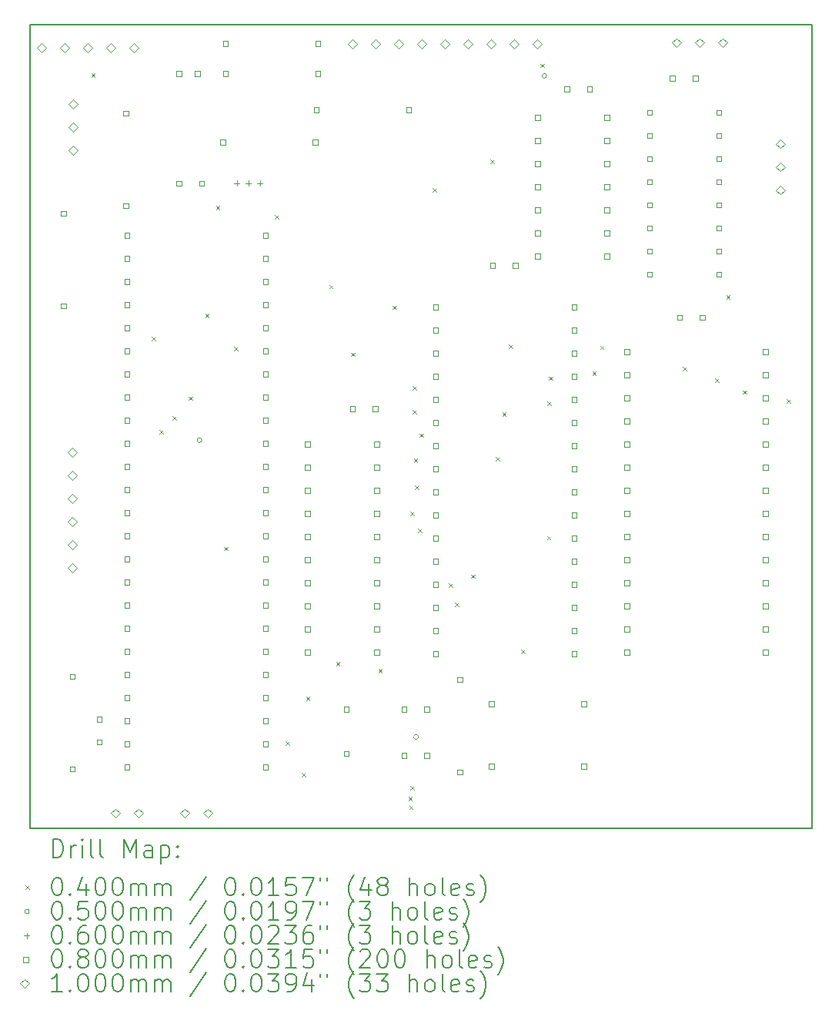
<source format=gbr>
%TF.GenerationSoftware,KiCad,Pcbnew,6.0.11-3.fc36*%
%TF.CreationDate,2023-03-05T15:36:13+00:00*%
%TF.ProjectId,68hc11,36386863-3131-42e6-9b69-6361645f7063,rev?*%
%TF.SameCoordinates,Original*%
%TF.FileFunction,Drillmap*%
%TF.FilePolarity,Positive*%
%FSLAX45Y45*%
G04 Gerber Fmt 4.5, Leading zero omitted, Abs format (unit mm)*
G04 Created by KiCad (PCBNEW 6.0.11-3.fc36) date 2023-03-05 15:36:13*
%MOMM*%
%LPD*%
G01*
G04 APERTURE LIST*
%ADD10C,0.150000*%
%ADD11C,0.200000*%
%ADD12C,0.040000*%
%ADD13C,0.050000*%
%ADD14C,0.060000*%
%ADD15C,0.080000*%
%ADD16C,0.100000*%
G04 APERTURE END LIST*
D10*
X12995000Y-12360000D02*
X12994640Y-3529584D01*
X12994640Y-3529584D02*
X4394200Y-3530600D01*
X4394200Y-12355000D02*
X12995000Y-12360000D01*
X4394200Y-3530600D02*
X4394200Y-12355000D01*
D11*
D12*
X5067620Y-4060764D02*
X5107620Y-4100764D01*
X5107620Y-4060764D02*
X5067620Y-4100764D01*
X5735000Y-6960000D02*
X5775000Y-7000000D01*
X5775000Y-6960000D02*
X5735000Y-7000000D01*
X5815000Y-7980000D02*
X5855000Y-8020000D01*
X5855000Y-7980000D02*
X5815000Y-8020000D01*
X5960000Y-7830000D02*
X6000000Y-7870000D01*
X6000000Y-7830000D02*
X5960000Y-7870000D01*
X6136863Y-7613137D02*
X6176863Y-7653137D01*
X6176863Y-7613137D02*
X6136863Y-7653137D01*
X6320000Y-6705000D02*
X6360000Y-6745000D01*
X6360000Y-6705000D02*
X6320000Y-6745000D01*
X6440000Y-5520000D02*
X6480000Y-5560000D01*
X6480000Y-5520000D02*
X6440000Y-5560000D01*
X6530000Y-9265000D02*
X6570000Y-9305000D01*
X6570000Y-9265000D02*
X6530000Y-9305000D01*
X6640000Y-7070000D02*
X6680000Y-7110000D01*
X6680000Y-7070000D02*
X6640000Y-7110000D01*
X7090000Y-5620000D02*
X7130000Y-5660000D01*
X7130000Y-5620000D02*
X7090000Y-5660000D01*
X7205000Y-11405000D02*
X7245000Y-11445000D01*
X7245000Y-11405000D02*
X7205000Y-11445000D01*
X7385000Y-11750000D02*
X7425000Y-11790000D01*
X7425000Y-11750000D02*
X7385000Y-11790000D01*
X7430328Y-10912160D02*
X7470328Y-10952160D01*
X7470328Y-10912160D02*
X7430328Y-10952160D01*
X7685000Y-6385000D02*
X7725000Y-6425000D01*
X7725000Y-6385000D02*
X7685000Y-6425000D01*
X7759396Y-10530604D02*
X7799396Y-10570604D01*
X7799396Y-10530604D02*
X7759396Y-10570604D01*
X7925000Y-7130000D02*
X7965000Y-7170000D01*
X7965000Y-7130000D02*
X7925000Y-7170000D01*
X8225000Y-10605000D02*
X8265000Y-10645000D01*
X8265000Y-10605000D02*
X8225000Y-10645000D01*
X8385000Y-6615000D02*
X8425000Y-6655000D01*
X8425000Y-6615000D02*
X8385000Y-6655000D01*
X8557072Y-12014012D02*
X8597072Y-12054012D01*
X8597072Y-12014012D02*
X8557072Y-12054012D01*
X8564692Y-12110024D02*
X8604692Y-12150024D01*
X8604692Y-12110024D02*
X8564692Y-12150024D01*
X8579424Y-8881684D02*
X8619424Y-8921684D01*
X8619424Y-8881684D02*
X8579424Y-8921684D01*
X8579424Y-11896156D02*
X8619424Y-11936156D01*
X8619424Y-11896156D02*
X8579424Y-11936156D01*
X8600000Y-7500000D02*
X8640000Y-7540000D01*
X8640000Y-7500000D02*
X8600000Y-7540000D01*
X8600760Y-7762052D02*
X8640760Y-7802052D01*
X8640760Y-7762052D02*
X8600760Y-7802052D01*
X8614476Y-8295452D02*
X8654476Y-8335452D01*
X8654476Y-8295452D02*
X8614476Y-8335452D01*
X8626160Y-8592632D02*
X8666160Y-8632632D01*
X8666160Y-8592632D02*
X8626160Y-8632632D01*
X8659688Y-9063040D02*
X8699688Y-9103040D01*
X8699688Y-9063040D02*
X8659688Y-9103040D01*
X8681300Y-8019376D02*
X8721300Y-8059376D01*
X8721300Y-8019376D02*
X8681300Y-8059376D01*
X8820000Y-5320000D02*
X8860000Y-5360000D01*
X8860000Y-5320000D02*
X8820000Y-5360000D01*
X9000556Y-9664004D02*
X9040556Y-9704004D01*
X9040556Y-9664004D02*
X9000556Y-9704004D01*
X9066088Y-9877872D02*
X9106088Y-9917872D01*
X9106088Y-9877872D02*
X9066088Y-9917872D01*
X9245000Y-9570000D02*
X9285000Y-9610000D01*
X9285000Y-9570000D02*
X9245000Y-9610000D01*
X9460000Y-5010000D02*
X9500000Y-5050000D01*
X9500000Y-5010000D02*
X9460000Y-5050000D01*
X9520000Y-8275000D02*
X9560000Y-8315000D01*
X9560000Y-8275000D02*
X9520000Y-8315000D01*
X9590000Y-7785000D02*
X9630000Y-7825000D01*
X9630000Y-7785000D02*
X9590000Y-7825000D01*
X9660000Y-7040000D02*
X9700000Y-7080000D01*
X9700000Y-7040000D02*
X9660000Y-7080000D01*
X9795000Y-10395000D02*
X9835000Y-10435000D01*
X9835000Y-10395000D02*
X9795000Y-10435000D01*
X10006539Y-3954520D02*
X10046539Y-3994520D01*
X10046539Y-3954520D02*
X10006539Y-3994520D01*
X10080000Y-9145000D02*
X10120000Y-9185000D01*
X10120000Y-9145000D02*
X10080000Y-9185000D01*
X10085000Y-7670000D02*
X10125000Y-7710000D01*
X10125000Y-7670000D02*
X10085000Y-7710000D01*
X10101900Y-7392736D02*
X10141900Y-7432736D01*
X10141900Y-7392736D02*
X10101900Y-7432736D01*
X10580000Y-7340000D02*
X10620000Y-7380000D01*
X10620000Y-7340000D02*
X10580000Y-7380000D01*
X10665000Y-7055000D02*
X10705000Y-7095000D01*
X10705000Y-7055000D02*
X10665000Y-7095000D01*
X11575000Y-7290000D02*
X11615000Y-7330000D01*
X11615000Y-7290000D02*
X11575000Y-7330000D01*
X11930000Y-7415000D02*
X11970000Y-7455000D01*
X11970000Y-7415000D02*
X11930000Y-7455000D01*
X12052678Y-6497322D02*
X12092678Y-6537322D01*
X12092678Y-6497322D02*
X12052678Y-6537322D01*
X12235000Y-7545000D02*
X12275000Y-7585000D01*
X12275000Y-7545000D02*
X12235000Y-7585000D01*
X12718608Y-7642672D02*
X12758608Y-7682672D01*
X12758608Y-7642672D02*
X12718608Y-7682672D01*
D13*
X6283052Y-8093000D02*
G75*
G03*
X6283052Y-8093000I-25000J0D01*
G01*
X8665000Y-11355000D02*
G75*
G03*
X8665000Y-11355000I-25000J0D01*
G01*
X10076108Y-4088892D02*
G75*
G03*
X10076108Y-4088892I-25000J0D01*
G01*
D14*
X6667500Y-5240500D02*
X6667500Y-5300500D01*
X6637500Y-5270500D02*
X6697500Y-5270500D01*
X6794500Y-5240500D02*
X6794500Y-5300500D01*
X6764500Y-5270500D02*
X6824500Y-5270500D01*
X6921500Y-5240500D02*
X6921500Y-5300500D01*
X6891500Y-5270500D02*
X6951500Y-5270500D01*
D15*
X4792309Y-5628984D02*
X4792309Y-5572416D01*
X4735740Y-5572416D01*
X4735740Y-5628984D01*
X4792309Y-5628984D01*
X4792309Y-6644984D02*
X4792309Y-6588415D01*
X4735740Y-6588415D01*
X4735740Y-6644984D01*
X4792309Y-6644984D01*
X4888285Y-10718285D02*
X4888285Y-10661716D01*
X4831716Y-10661716D01*
X4831716Y-10718285D01*
X4888285Y-10718285D01*
X4888285Y-11734284D02*
X4888285Y-11677715D01*
X4831716Y-11677715D01*
X4831716Y-11734284D01*
X4888285Y-11734284D01*
X5183285Y-11188284D02*
X5183285Y-11131716D01*
X5126716Y-11131716D01*
X5126716Y-11188284D01*
X5183285Y-11188284D01*
X5183285Y-11438284D02*
X5183285Y-11381715D01*
X5126716Y-11381715D01*
X5126716Y-11438284D01*
X5183285Y-11438284D01*
X5478285Y-4528285D02*
X5478285Y-4471716D01*
X5421716Y-4471716D01*
X5421716Y-4528285D01*
X5478285Y-4528285D01*
X5478285Y-5544285D02*
X5478285Y-5487716D01*
X5421716Y-5487716D01*
X5421716Y-5544285D01*
X5478285Y-5544285D01*
X5489285Y-5870284D02*
X5489285Y-5813715D01*
X5432716Y-5813715D01*
X5432716Y-5870284D01*
X5489285Y-5870284D01*
X5489285Y-6124284D02*
X5489285Y-6067715D01*
X5432716Y-6067715D01*
X5432716Y-6124284D01*
X5489285Y-6124284D01*
X5489285Y-6378284D02*
X5489285Y-6321715D01*
X5432716Y-6321715D01*
X5432716Y-6378284D01*
X5489285Y-6378284D01*
X5489285Y-6632284D02*
X5489285Y-6575715D01*
X5432716Y-6575715D01*
X5432716Y-6632284D01*
X5489285Y-6632284D01*
X5489285Y-6886284D02*
X5489285Y-6829715D01*
X5432716Y-6829715D01*
X5432716Y-6886284D01*
X5489285Y-6886284D01*
X5489285Y-7140284D02*
X5489285Y-7083715D01*
X5432716Y-7083715D01*
X5432716Y-7140284D01*
X5489285Y-7140284D01*
X5489285Y-7394284D02*
X5489285Y-7337715D01*
X5432716Y-7337715D01*
X5432716Y-7394284D01*
X5489285Y-7394284D01*
X5489285Y-7648284D02*
X5489285Y-7591715D01*
X5432716Y-7591715D01*
X5432716Y-7648284D01*
X5489285Y-7648284D01*
X5489285Y-7902284D02*
X5489285Y-7845715D01*
X5432716Y-7845715D01*
X5432716Y-7902284D01*
X5489285Y-7902284D01*
X5489285Y-8156284D02*
X5489285Y-8099715D01*
X5432716Y-8099715D01*
X5432716Y-8156284D01*
X5489285Y-8156284D01*
X5489285Y-8410285D02*
X5489285Y-8353715D01*
X5432716Y-8353715D01*
X5432716Y-8410285D01*
X5489285Y-8410285D01*
X5489285Y-8664285D02*
X5489285Y-8607716D01*
X5432716Y-8607716D01*
X5432716Y-8664285D01*
X5489285Y-8664285D01*
X5489285Y-8918285D02*
X5489285Y-8861716D01*
X5432716Y-8861716D01*
X5432716Y-8918285D01*
X5489285Y-8918285D01*
X5489285Y-9172285D02*
X5489285Y-9115716D01*
X5432716Y-9115716D01*
X5432716Y-9172285D01*
X5489285Y-9172285D01*
X5489285Y-9426285D02*
X5489285Y-9369716D01*
X5432716Y-9369716D01*
X5432716Y-9426285D01*
X5489285Y-9426285D01*
X5489285Y-9680285D02*
X5489285Y-9623716D01*
X5432716Y-9623716D01*
X5432716Y-9680285D01*
X5489285Y-9680285D01*
X5489285Y-9934285D02*
X5489285Y-9877716D01*
X5432716Y-9877716D01*
X5432716Y-9934285D01*
X5489285Y-9934285D01*
X5489285Y-10188285D02*
X5489285Y-10131716D01*
X5432716Y-10131716D01*
X5432716Y-10188285D01*
X5489285Y-10188285D01*
X5489285Y-10442285D02*
X5489285Y-10385716D01*
X5432716Y-10385716D01*
X5432716Y-10442285D01*
X5489285Y-10442285D01*
X5489285Y-10696285D02*
X5489285Y-10639716D01*
X5432716Y-10639716D01*
X5432716Y-10696285D01*
X5489285Y-10696285D01*
X5489285Y-10950285D02*
X5489285Y-10893716D01*
X5432716Y-10893716D01*
X5432716Y-10950285D01*
X5489285Y-10950285D01*
X5489285Y-11204284D02*
X5489285Y-11147716D01*
X5432716Y-11147716D01*
X5432716Y-11204284D01*
X5489285Y-11204284D01*
X5489285Y-11458284D02*
X5489285Y-11401715D01*
X5432716Y-11401715D01*
X5432716Y-11458284D01*
X5489285Y-11458284D01*
X5489285Y-11712284D02*
X5489285Y-11655715D01*
X5432716Y-11655715D01*
X5432716Y-11712284D01*
X5489285Y-11712284D01*
X6060784Y-4092284D02*
X6060784Y-4035715D01*
X6004215Y-4035715D01*
X6004215Y-4092284D01*
X6060784Y-4092284D01*
X6060784Y-5298785D02*
X6060784Y-5242216D01*
X6004215Y-5242216D01*
X6004215Y-5298785D01*
X6060784Y-5298785D01*
X6260784Y-4092284D02*
X6260784Y-4035715D01*
X6204215Y-4035715D01*
X6204215Y-4092284D01*
X6260784Y-4092284D01*
X6310784Y-5298785D02*
X6310784Y-5242216D01*
X6254215Y-5242216D01*
X6254215Y-5298785D01*
X6310784Y-5298785D01*
X6545488Y-4844097D02*
X6545488Y-4787528D01*
X6488919Y-4787528D01*
X6488919Y-4844097D01*
X6545488Y-4844097D01*
X6573936Y-3765104D02*
X6573936Y-3708535D01*
X6517367Y-3708535D01*
X6517367Y-3765104D01*
X6573936Y-3765104D01*
X6573936Y-4095304D02*
X6573936Y-4038735D01*
X6517367Y-4038735D01*
X6517367Y-4095304D01*
X6573936Y-4095304D01*
X7013284Y-5870284D02*
X7013284Y-5813715D01*
X6956715Y-5813715D01*
X6956715Y-5870284D01*
X7013284Y-5870284D01*
X7013284Y-6124284D02*
X7013284Y-6067715D01*
X6956715Y-6067715D01*
X6956715Y-6124284D01*
X7013284Y-6124284D01*
X7013284Y-6378284D02*
X7013284Y-6321715D01*
X6956715Y-6321715D01*
X6956715Y-6378284D01*
X7013284Y-6378284D01*
X7013284Y-6632284D02*
X7013284Y-6575715D01*
X6956715Y-6575715D01*
X6956715Y-6632284D01*
X7013284Y-6632284D01*
X7013284Y-6886284D02*
X7013284Y-6829715D01*
X6956715Y-6829715D01*
X6956715Y-6886284D01*
X7013284Y-6886284D01*
X7013284Y-7140284D02*
X7013284Y-7083715D01*
X6956715Y-7083715D01*
X6956715Y-7140284D01*
X7013284Y-7140284D01*
X7013284Y-7394284D02*
X7013284Y-7337715D01*
X6956715Y-7337715D01*
X6956715Y-7394284D01*
X7013284Y-7394284D01*
X7013284Y-7648284D02*
X7013284Y-7591715D01*
X6956715Y-7591715D01*
X6956715Y-7648284D01*
X7013284Y-7648284D01*
X7013284Y-7902284D02*
X7013284Y-7845715D01*
X6956715Y-7845715D01*
X6956715Y-7902284D01*
X7013284Y-7902284D01*
X7013284Y-8156284D02*
X7013284Y-8099715D01*
X6956715Y-8099715D01*
X6956715Y-8156284D01*
X7013284Y-8156284D01*
X7013284Y-8410285D02*
X7013284Y-8353715D01*
X6956715Y-8353715D01*
X6956715Y-8410285D01*
X7013284Y-8410285D01*
X7013284Y-8664285D02*
X7013284Y-8607716D01*
X6956715Y-8607716D01*
X6956715Y-8664285D01*
X7013284Y-8664285D01*
X7013284Y-8918285D02*
X7013284Y-8861716D01*
X6956715Y-8861716D01*
X6956715Y-8918285D01*
X7013284Y-8918285D01*
X7013284Y-9172285D02*
X7013284Y-9115716D01*
X6956715Y-9115716D01*
X6956715Y-9172285D01*
X7013284Y-9172285D01*
X7013284Y-9426285D02*
X7013284Y-9369716D01*
X6956715Y-9369716D01*
X6956715Y-9426285D01*
X7013284Y-9426285D01*
X7013284Y-9680285D02*
X7013284Y-9623716D01*
X6956715Y-9623716D01*
X6956715Y-9680285D01*
X7013284Y-9680285D01*
X7013284Y-9934285D02*
X7013284Y-9877716D01*
X6956715Y-9877716D01*
X6956715Y-9934285D01*
X7013284Y-9934285D01*
X7013284Y-10188285D02*
X7013284Y-10131716D01*
X6956715Y-10131716D01*
X6956715Y-10188285D01*
X7013284Y-10188285D01*
X7013284Y-10442285D02*
X7013284Y-10385716D01*
X6956715Y-10385716D01*
X6956715Y-10442285D01*
X7013284Y-10442285D01*
X7013284Y-10696285D02*
X7013284Y-10639716D01*
X6956715Y-10639716D01*
X6956715Y-10696285D01*
X7013284Y-10696285D01*
X7013284Y-10950285D02*
X7013284Y-10893716D01*
X6956715Y-10893716D01*
X6956715Y-10950285D01*
X7013284Y-10950285D01*
X7013284Y-11204284D02*
X7013284Y-11147716D01*
X6956715Y-11147716D01*
X6956715Y-11204284D01*
X7013284Y-11204284D01*
X7013284Y-11458284D02*
X7013284Y-11401715D01*
X6956715Y-11401715D01*
X6956715Y-11458284D01*
X7013284Y-11458284D01*
X7013284Y-11712284D02*
X7013284Y-11655715D01*
X6956715Y-11655715D01*
X6956715Y-11712284D01*
X7013284Y-11712284D01*
X7471500Y-8162888D02*
X7471500Y-8106319D01*
X7414931Y-8106319D01*
X7414931Y-8162888D01*
X7471500Y-8162888D01*
X7471500Y-8416889D02*
X7471500Y-8360319D01*
X7414931Y-8360319D01*
X7414931Y-8416889D01*
X7471500Y-8416889D01*
X7471500Y-8670889D02*
X7471500Y-8614320D01*
X7414931Y-8614320D01*
X7414931Y-8670889D01*
X7471500Y-8670889D01*
X7471500Y-8924889D02*
X7471500Y-8868320D01*
X7414931Y-8868320D01*
X7414931Y-8924889D01*
X7471500Y-8924889D01*
X7471500Y-9178889D02*
X7471500Y-9122320D01*
X7414931Y-9122320D01*
X7414931Y-9178889D01*
X7471500Y-9178889D01*
X7471500Y-9432889D02*
X7471500Y-9376320D01*
X7414931Y-9376320D01*
X7414931Y-9432889D01*
X7471500Y-9432889D01*
X7471500Y-9686889D02*
X7471500Y-9630320D01*
X7414931Y-9630320D01*
X7414931Y-9686889D01*
X7471500Y-9686889D01*
X7471500Y-9940889D02*
X7471500Y-9884320D01*
X7414931Y-9884320D01*
X7414931Y-9940889D01*
X7471500Y-9940889D01*
X7471500Y-10194889D02*
X7471500Y-10138320D01*
X7414931Y-10138320D01*
X7414931Y-10194889D01*
X7471500Y-10194889D01*
X7471500Y-10448889D02*
X7471500Y-10392320D01*
X7414931Y-10392320D01*
X7414931Y-10448889D01*
X7471500Y-10448889D01*
X7561488Y-4844097D02*
X7561488Y-4787528D01*
X7504919Y-4787528D01*
X7504919Y-4844097D01*
X7561488Y-4844097D01*
X7572156Y-4493577D02*
X7572156Y-4437008D01*
X7515587Y-4437008D01*
X7515587Y-4493577D01*
X7572156Y-4493577D01*
X7589936Y-3765104D02*
X7589936Y-3708535D01*
X7533367Y-3708535D01*
X7533367Y-3765104D01*
X7589936Y-3765104D01*
X7589936Y-4095304D02*
X7589936Y-4038735D01*
X7533367Y-4038735D01*
X7533367Y-4095304D01*
X7589936Y-4095304D01*
X7902284Y-11077285D02*
X7902284Y-11020716D01*
X7845715Y-11020716D01*
X7845715Y-11077285D01*
X7902284Y-11077285D01*
X7902284Y-11565284D02*
X7902284Y-11508715D01*
X7845715Y-11508715D01*
X7845715Y-11565284D01*
X7902284Y-11565284D01*
X7969784Y-7775284D02*
X7969784Y-7718715D01*
X7913215Y-7718715D01*
X7913215Y-7775284D01*
X7969784Y-7775284D01*
X8219784Y-7775284D02*
X8219784Y-7718715D01*
X8163215Y-7718715D01*
X8163215Y-7775284D01*
X8219784Y-7775284D01*
X8233500Y-8162888D02*
X8233500Y-8106319D01*
X8176931Y-8106319D01*
X8176931Y-8162888D01*
X8233500Y-8162888D01*
X8233500Y-8416889D02*
X8233500Y-8360319D01*
X8176931Y-8360319D01*
X8176931Y-8416889D01*
X8233500Y-8416889D01*
X8233500Y-8670889D02*
X8233500Y-8614320D01*
X8176931Y-8614320D01*
X8176931Y-8670889D01*
X8233500Y-8670889D01*
X8233500Y-8924889D02*
X8233500Y-8868320D01*
X8176931Y-8868320D01*
X8176931Y-8924889D01*
X8233500Y-8924889D01*
X8233500Y-9178889D02*
X8233500Y-9122320D01*
X8176931Y-9122320D01*
X8176931Y-9178889D01*
X8233500Y-9178889D01*
X8233500Y-9432889D02*
X8233500Y-9376320D01*
X8176931Y-9376320D01*
X8176931Y-9432889D01*
X8233500Y-9432889D01*
X8233500Y-9686889D02*
X8233500Y-9630320D01*
X8176931Y-9630320D01*
X8176931Y-9686889D01*
X8233500Y-9686889D01*
X8233500Y-9940889D02*
X8233500Y-9884320D01*
X8176931Y-9884320D01*
X8176931Y-9940889D01*
X8233500Y-9940889D01*
X8233500Y-10194889D02*
X8233500Y-10138320D01*
X8176931Y-10138320D01*
X8176931Y-10194889D01*
X8233500Y-10194889D01*
X8233500Y-10448889D02*
X8233500Y-10392320D01*
X8176931Y-10392320D01*
X8176931Y-10448889D01*
X8233500Y-10448889D01*
X8537285Y-11077285D02*
X8537285Y-11020716D01*
X8480716Y-11020716D01*
X8480716Y-11077285D01*
X8537285Y-11077285D01*
X8537285Y-11585284D02*
X8537285Y-11528715D01*
X8480716Y-11528715D01*
X8480716Y-11585284D01*
X8537285Y-11585284D01*
X8588157Y-4493577D02*
X8588157Y-4437008D01*
X8531588Y-4437008D01*
X8531588Y-4493577D01*
X8588157Y-4493577D01*
X8787285Y-11077285D02*
X8787285Y-11020716D01*
X8730716Y-11020716D01*
X8730716Y-11077285D01*
X8787285Y-11077285D01*
X8787285Y-11585284D02*
X8787285Y-11528715D01*
X8730716Y-11528715D01*
X8730716Y-11585284D01*
X8787285Y-11585284D01*
X8885265Y-6656160D02*
X8885265Y-6599591D01*
X8828696Y-6599591D01*
X8828696Y-6656160D01*
X8885265Y-6656160D01*
X8885265Y-6910160D02*
X8885265Y-6853591D01*
X8828696Y-6853591D01*
X8828696Y-6910160D01*
X8885265Y-6910160D01*
X8885265Y-7164160D02*
X8885265Y-7107591D01*
X8828696Y-7107591D01*
X8828696Y-7164160D01*
X8885265Y-7164160D01*
X8885265Y-7418160D02*
X8885265Y-7361591D01*
X8828696Y-7361591D01*
X8828696Y-7418160D01*
X8885265Y-7418160D01*
X8885265Y-7672160D02*
X8885265Y-7615591D01*
X8828696Y-7615591D01*
X8828696Y-7672160D01*
X8885265Y-7672160D01*
X8885265Y-7926160D02*
X8885265Y-7869591D01*
X8828696Y-7869591D01*
X8828696Y-7926160D01*
X8885265Y-7926160D01*
X8885265Y-8180160D02*
X8885265Y-8123591D01*
X8828696Y-8123591D01*
X8828696Y-8180160D01*
X8885265Y-8180160D01*
X8885265Y-8434161D02*
X8885265Y-8377591D01*
X8828696Y-8377591D01*
X8828696Y-8434161D01*
X8885265Y-8434161D01*
X8885265Y-8688161D02*
X8885265Y-8631592D01*
X8828696Y-8631592D01*
X8828696Y-8688161D01*
X8885265Y-8688161D01*
X8885265Y-8942161D02*
X8885265Y-8885592D01*
X8828696Y-8885592D01*
X8828696Y-8942161D01*
X8885265Y-8942161D01*
X8885265Y-9196161D02*
X8885265Y-9139592D01*
X8828696Y-9139592D01*
X8828696Y-9196161D01*
X8885265Y-9196161D01*
X8885265Y-9450161D02*
X8885265Y-9393592D01*
X8828696Y-9393592D01*
X8828696Y-9450161D01*
X8885265Y-9450161D01*
X8885265Y-9704161D02*
X8885265Y-9647592D01*
X8828696Y-9647592D01*
X8828696Y-9704161D01*
X8885265Y-9704161D01*
X8885265Y-9958161D02*
X8885265Y-9901592D01*
X8828696Y-9901592D01*
X8828696Y-9958161D01*
X8885265Y-9958161D01*
X8885265Y-10212161D02*
X8885265Y-10155592D01*
X8828696Y-10155592D01*
X8828696Y-10212161D01*
X8885265Y-10212161D01*
X8885265Y-10466161D02*
X8885265Y-10409592D01*
X8828696Y-10409592D01*
X8828696Y-10466161D01*
X8885265Y-10466161D01*
X9148285Y-10752285D02*
X9148285Y-10695716D01*
X9091716Y-10695716D01*
X9091716Y-10752285D01*
X9148285Y-10752285D01*
X9148285Y-11768284D02*
X9148285Y-11711715D01*
X9091716Y-11711715D01*
X9091716Y-11768284D01*
X9148285Y-11768284D01*
X9497285Y-11018285D02*
X9497285Y-10961716D01*
X9440716Y-10961716D01*
X9440716Y-11018285D01*
X9497285Y-11018285D01*
X9497285Y-11703284D02*
X9497285Y-11646715D01*
X9440716Y-11646715D01*
X9440716Y-11703284D01*
X9497285Y-11703284D01*
X9510041Y-6198960D02*
X9510041Y-6142391D01*
X9453472Y-6142391D01*
X9453472Y-6198960D01*
X9510041Y-6198960D01*
X9760041Y-6198960D02*
X9760041Y-6142391D01*
X9703472Y-6142391D01*
X9703472Y-6198960D01*
X9760041Y-6198960D01*
X10008285Y-4578285D02*
X10008285Y-4521716D01*
X9951716Y-4521716D01*
X9951716Y-4578285D01*
X10008285Y-4578285D01*
X10008285Y-4832285D02*
X10008285Y-4775716D01*
X9951716Y-4775716D01*
X9951716Y-4832285D01*
X10008285Y-4832285D01*
X10008285Y-5086285D02*
X10008285Y-5029716D01*
X9951716Y-5029716D01*
X9951716Y-5086285D01*
X10008285Y-5086285D01*
X10008285Y-5340285D02*
X10008285Y-5283716D01*
X9951716Y-5283716D01*
X9951716Y-5340285D01*
X10008285Y-5340285D01*
X10008285Y-5594284D02*
X10008285Y-5537716D01*
X9951716Y-5537716D01*
X9951716Y-5594284D01*
X10008285Y-5594284D01*
X10008285Y-5848284D02*
X10008285Y-5791715D01*
X9951716Y-5791715D01*
X9951716Y-5848284D01*
X10008285Y-5848284D01*
X10008285Y-6102284D02*
X10008285Y-6045715D01*
X9951716Y-6045715D01*
X9951716Y-6102284D01*
X10008285Y-6102284D01*
X10328285Y-4263285D02*
X10328285Y-4206716D01*
X10271716Y-4206716D01*
X10271716Y-4263285D01*
X10328285Y-4263285D01*
X10409265Y-6656160D02*
X10409265Y-6599591D01*
X10352696Y-6599591D01*
X10352696Y-6656160D01*
X10409265Y-6656160D01*
X10409265Y-6910160D02*
X10409265Y-6853591D01*
X10352696Y-6853591D01*
X10352696Y-6910160D01*
X10409265Y-6910160D01*
X10409265Y-7164160D02*
X10409265Y-7107591D01*
X10352696Y-7107591D01*
X10352696Y-7164160D01*
X10409265Y-7164160D01*
X10409265Y-7418160D02*
X10409265Y-7361591D01*
X10352696Y-7361591D01*
X10352696Y-7418160D01*
X10409265Y-7418160D01*
X10409265Y-7672160D02*
X10409265Y-7615591D01*
X10352696Y-7615591D01*
X10352696Y-7672160D01*
X10409265Y-7672160D01*
X10409265Y-7926160D02*
X10409265Y-7869591D01*
X10352696Y-7869591D01*
X10352696Y-7926160D01*
X10409265Y-7926160D01*
X10409265Y-8180160D02*
X10409265Y-8123591D01*
X10352696Y-8123591D01*
X10352696Y-8180160D01*
X10409265Y-8180160D01*
X10409265Y-8434161D02*
X10409265Y-8377591D01*
X10352696Y-8377591D01*
X10352696Y-8434161D01*
X10409265Y-8434161D01*
X10409265Y-8688161D02*
X10409265Y-8631592D01*
X10352696Y-8631592D01*
X10352696Y-8688161D01*
X10409265Y-8688161D01*
X10409265Y-8942161D02*
X10409265Y-8885592D01*
X10352696Y-8885592D01*
X10352696Y-8942161D01*
X10409265Y-8942161D01*
X10409265Y-9196161D02*
X10409265Y-9139592D01*
X10352696Y-9139592D01*
X10352696Y-9196161D01*
X10409265Y-9196161D01*
X10409265Y-9450161D02*
X10409265Y-9393592D01*
X10352696Y-9393592D01*
X10352696Y-9450161D01*
X10409265Y-9450161D01*
X10409265Y-9704161D02*
X10409265Y-9647592D01*
X10352696Y-9647592D01*
X10352696Y-9704161D01*
X10409265Y-9704161D01*
X10409265Y-9958161D02*
X10409265Y-9901592D01*
X10352696Y-9901592D01*
X10352696Y-9958161D01*
X10409265Y-9958161D01*
X10409265Y-10212161D02*
X10409265Y-10155592D01*
X10352696Y-10155592D01*
X10352696Y-10212161D01*
X10409265Y-10212161D01*
X10409265Y-10466161D02*
X10409265Y-10409592D01*
X10352696Y-10409592D01*
X10352696Y-10466161D01*
X10409265Y-10466161D01*
X10513285Y-11018285D02*
X10513285Y-10961716D01*
X10456716Y-10961716D01*
X10456716Y-11018285D01*
X10513285Y-11018285D01*
X10513285Y-11703284D02*
X10513285Y-11646715D01*
X10456716Y-11646715D01*
X10456716Y-11703284D01*
X10513285Y-11703284D01*
X10578285Y-4263285D02*
X10578285Y-4206716D01*
X10521716Y-4206716D01*
X10521716Y-4263285D01*
X10578285Y-4263285D01*
X10770285Y-4578285D02*
X10770285Y-4521716D01*
X10713716Y-4521716D01*
X10713716Y-4578285D01*
X10770285Y-4578285D01*
X10770285Y-4832285D02*
X10770285Y-4775716D01*
X10713716Y-4775716D01*
X10713716Y-4832285D01*
X10770285Y-4832285D01*
X10770285Y-5086285D02*
X10770285Y-5029716D01*
X10713716Y-5029716D01*
X10713716Y-5086285D01*
X10770285Y-5086285D01*
X10770285Y-5340285D02*
X10770285Y-5283716D01*
X10713716Y-5283716D01*
X10713716Y-5340285D01*
X10770285Y-5340285D01*
X10770285Y-5594284D02*
X10770285Y-5537716D01*
X10713716Y-5537716D01*
X10713716Y-5594284D01*
X10770285Y-5594284D01*
X10770285Y-5848284D02*
X10770285Y-5791715D01*
X10713716Y-5791715D01*
X10713716Y-5848284D01*
X10770285Y-5848284D01*
X10770285Y-6102284D02*
X10770285Y-6045715D01*
X10713716Y-6045715D01*
X10713716Y-6102284D01*
X10770285Y-6102284D01*
X10990417Y-7151460D02*
X10990417Y-7094891D01*
X10933848Y-7094891D01*
X10933848Y-7151460D01*
X10990417Y-7151460D01*
X10990417Y-7405460D02*
X10990417Y-7348891D01*
X10933848Y-7348891D01*
X10933848Y-7405460D01*
X10990417Y-7405460D01*
X10990417Y-7659460D02*
X10990417Y-7602891D01*
X10933848Y-7602891D01*
X10933848Y-7659460D01*
X10990417Y-7659460D01*
X10990417Y-7913460D02*
X10990417Y-7856891D01*
X10933848Y-7856891D01*
X10933848Y-7913460D01*
X10990417Y-7913460D01*
X10990417Y-8167460D02*
X10990417Y-8110891D01*
X10933848Y-8110891D01*
X10933848Y-8167460D01*
X10990417Y-8167460D01*
X10990417Y-8421461D02*
X10990417Y-8364891D01*
X10933848Y-8364891D01*
X10933848Y-8421461D01*
X10990417Y-8421461D01*
X10990417Y-8675461D02*
X10990417Y-8618892D01*
X10933848Y-8618892D01*
X10933848Y-8675461D01*
X10990417Y-8675461D01*
X10990417Y-8929461D02*
X10990417Y-8872892D01*
X10933848Y-8872892D01*
X10933848Y-8929461D01*
X10990417Y-8929461D01*
X10990417Y-9183461D02*
X10990417Y-9126892D01*
X10933848Y-9126892D01*
X10933848Y-9183461D01*
X10990417Y-9183461D01*
X10990417Y-9437461D02*
X10990417Y-9380892D01*
X10933848Y-9380892D01*
X10933848Y-9437461D01*
X10990417Y-9437461D01*
X10990417Y-9691461D02*
X10990417Y-9634892D01*
X10933848Y-9634892D01*
X10933848Y-9691461D01*
X10990417Y-9691461D01*
X10990417Y-9945461D02*
X10990417Y-9888892D01*
X10933848Y-9888892D01*
X10933848Y-9945461D01*
X10990417Y-9945461D01*
X10990417Y-10199461D02*
X10990417Y-10142892D01*
X10933848Y-10142892D01*
X10933848Y-10199461D01*
X10990417Y-10199461D01*
X10990417Y-10453461D02*
X10990417Y-10396892D01*
X10933848Y-10396892D01*
X10933848Y-10453461D01*
X10990417Y-10453461D01*
X11238320Y-4519513D02*
X11238320Y-4462944D01*
X11181752Y-4462944D01*
X11181752Y-4519513D01*
X11238320Y-4519513D01*
X11238320Y-4773513D02*
X11238320Y-4716944D01*
X11181752Y-4716944D01*
X11181752Y-4773513D01*
X11238320Y-4773513D01*
X11238320Y-5027513D02*
X11238320Y-4970944D01*
X11181752Y-4970944D01*
X11181752Y-5027513D01*
X11238320Y-5027513D01*
X11238320Y-5281513D02*
X11238320Y-5224944D01*
X11181752Y-5224944D01*
X11181752Y-5281513D01*
X11238320Y-5281513D01*
X11238320Y-5535513D02*
X11238320Y-5478944D01*
X11181752Y-5478944D01*
X11181752Y-5535513D01*
X11238320Y-5535513D01*
X11238320Y-5789512D02*
X11238320Y-5732943D01*
X11181752Y-5732943D01*
X11181752Y-5789512D01*
X11238320Y-5789512D01*
X11238320Y-6043512D02*
X11238320Y-5986943D01*
X11181752Y-5986943D01*
X11181752Y-6043512D01*
X11238320Y-6043512D01*
X11238320Y-6297512D02*
X11238320Y-6240943D01*
X11181752Y-6240943D01*
X11181752Y-6297512D01*
X11238320Y-6297512D01*
X11490224Y-4144608D02*
X11490224Y-4088039D01*
X11433655Y-4088039D01*
X11433655Y-4144608D01*
X11490224Y-4144608D01*
X11567504Y-6771476D02*
X11567504Y-6714907D01*
X11510935Y-6714907D01*
X11510935Y-6771476D01*
X11567504Y-6771476D01*
X11740224Y-4144608D02*
X11740224Y-4088039D01*
X11683655Y-4088039D01*
X11683655Y-4144608D01*
X11740224Y-4144608D01*
X11817504Y-6771476D02*
X11817504Y-6714907D01*
X11760935Y-6714907D01*
X11760935Y-6771476D01*
X11817504Y-6771476D01*
X12000320Y-4519513D02*
X12000320Y-4462944D01*
X11943751Y-4462944D01*
X11943751Y-4519513D01*
X12000320Y-4519513D01*
X12000320Y-4773513D02*
X12000320Y-4716944D01*
X11943751Y-4716944D01*
X11943751Y-4773513D01*
X12000320Y-4773513D01*
X12000320Y-5027513D02*
X12000320Y-4970944D01*
X11943751Y-4970944D01*
X11943751Y-5027513D01*
X12000320Y-5027513D01*
X12000320Y-5281513D02*
X12000320Y-5224944D01*
X11943751Y-5224944D01*
X11943751Y-5281513D01*
X12000320Y-5281513D01*
X12000320Y-5535513D02*
X12000320Y-5478944D01*
X11943751Y-5478944D01*
X11943751Y-5535513D01*
X12000320Y-5535513D01*
X12000320Y-5789512D02*
X12000320Y-5732943D01*
X11943751Y-5732943D01*
X11943751Y-5789512D01*
X12000320Y-5789512D01*
X12000320Y-6043512D02*
X12000320Y-5986943D01*
X11943751Y-5986943D01*
X11943751Y-6043512D01*
X12000320Y-6043512D01*
X12000320Y-6297512D02*
X12000320Y-6240943D01*
X11943751Y-6240943D01*
X11943751Y-6297512D01*
X12000320Y-6297512D01*
X12514416Y-7151460D02*
X12514416Y-7094891D01*
X12457847Y-7094891D01*
X12457847Y-7151460D01*
X12514416Y-7151460D01*
X12514416Y-7405460D02*
X12514416Y-7348891D01*
X12457847Y-7348891D01*
X12457847Y-7405460D01*
X12514416Y-7405460D01*
X12514416Y-7659460D02*
X12514416Y-7602891D01*
X12457847Y-7602891D01*
X12457847Y-7659460D01*
X12514416Y-7659460D01*
X12514416Y-7913460D02*
X12514416Y-7856891D01*
X12457847Y-7856891D01*
X12457847Y-7913460D01*
X12514416Y-7913460D01*
X12514416Y-8167460D02*
X12514416Y-8110891D01*
X12457847Y-8110891D01*
X12457847Y-8167460D01*
X12514416Y-8167460D01*
X12514416Y-8421461D02*
X12514416Y-8364891D01*
X12457847Y-8364891D01*
X12457847Y-8421461D01*
X12514416Y-8421461D01*
X12514416Y-8675461D02*
X12514416Y-8618892D01*
X12457847Y-8618892D01*
X12457847Y-8675461D01*
X12514416Y-8675461D01*
X12514416Y-8929461D02*
X12514416Y-8872892D01*
X12457847Y-8872892D01*
X12457847Y-8929461D01*
X12514416Y-8929461D01*
X12514416Y-9183461D02*
X12514416Y-9126892D01*
X12457847Y-9126892D01*
X12457847Y-9183461D01*
X12514416Y-9183461D01*
X12514416Y-9437461D02*
X12514416Y-9380892D01*
X12457847Y-9380892D01*
X12457847Y-9437461D01*
X12514416Y-9437461D01*
X12514416Y-9691461D02*
X12514416Y-9634892D01*
X12457847Y-9634892D01*
X12457847Y-9691461D01*
X12514416Y-9691461D01*
X12514416Y-9945461D02*
X12514416Y-9888892D01*
X12457847Y-9888892D01*
X12457847Y-9945461D01*
X12514416Y-9945461D01*
X12514416Y-10199461D02*
X12514416Y-10142892D01*
X12457847Y-10142892D01*
X12457847Y-10199461D01*
X12514416Y-10199461D01*
X12514416Y-10453461D02*
X12514416Y-10396892D01*
X12457847Y-10396892D01*
X12457847Y-10453461D01*
X12514416Y-10453461D01*
D16*
X4522216Y-3834092D02*
X4572216Y-3784092D01*
X4522216Y-3734092D01*
X4472216Y-3784092D01*
X4522216Y-3834092D01*
X4776216Y-3834092D02*
X4826216Y-3784092D01*
X4776216Y-3734092D01*
X4726216Y-3784092D01*
X4776216Y-3834092D01*
X4858004Y-8276044D02*
X4908004Y-8226044D01*
X4858004Y-8176044D01*
X4808004Y-8226044D01*
X4858004Y-8276044D01*
X4858004Y-8530044D02*
X4908004Y-8480044D01*
X4858004Y-8430044D01*
X4808004Y-8480044D01*
X4858004Y-8530044D01*
X4858004Y-8784044D02*
X4908004Y-8734044D01*
X4858004Y-8684044D01*
X4808004Y-8734044D01*
X4858004Y-8784044D01*
X4858004Y-9038044D02*
X4908004Y-8988044D01*
X4858004Y-8938044D01*
X4808004Y-8988044D01*
X4858004Y-9038044D01*
X4858004Y-9292044D02*
X4908004Y-9242044D01*
X4858004Y-9192044D01*
X4808004Y-9242044D01*
X4858004Y-9292044D01*
X4858004Y-9546044D02*
X4908004Y-9496044D01*
X4858004Y-9446044D01*
X4808004Y-9496044D01*
X4858004Y-9546044D01*
X4867656Y-4446740D02*
X4917656Y-4396740D01*
X4867656Y-4346740D01*
X4817656Y-4396740D01*
X4867656Y-4446740D01*
X4867656Y-4700740D02*
X4917656Y-4650740D01*
X4867656Y-4600740D01*
X4817656Y-4650740D01*
X4867656Y-4700740D01*
X4867656Y-4954740D02*
X4917656Y-4904740D01*
X4867656Y-4854740D01*
X4817656Y-4904740D01*
X4867656Y-4954740D01*
X5030216Y-3834092D02*
X5080216Y-3784092D01*
X5030216Y-3734092D01*
X4980216Y-3784092D01*
X5030216Y-3834092D01*
X5284216Y-3834092D02*
X5334216Y-3784092D01*
X5284216Y-3734092D01*
X5234216Y-3784092D01*
X5284216Y-3834092D01*
X5334000Y-12242000D02*
X5384000Y-12192000D01*
X5334000Y-12142000D01*
X5284000Y-12192000D01*
X5334000Y-12242000D01*
X5538216Y-3834092D02*
X5588216Y-3784092D01*
X5538216Y-3734092D01*
X5488216Y-3784092D01*
X5538216Y-3834092D01*
X5588000Y-12242000D02*
X5638000Y-12192000D01*
X5588000Y-12142000D01*
X5538000Y-12192000D01*
X5588000Y-12242000D01*
X6096000Y-12242000D02*
X6146000Y-12192000D01*
X6096000Y-12142000D01*
X6046000Y-12192000D01*
X6096000Y-12242000D01*
X6350000Y-12242000D02*
X6400000Y-12192000D01*
X6350000Y-12142000D01*
X6300000Y-12192000D01*
X6350000Y-12242000D01*
X7938000Y-3790000D02*
X7988000Y-3740000D01*
X7938000Y-3690000D01*
X7888000Y-3740000D01*
X7938000Y-3790000D01*
X8192000Y-3790000D02*
X8242000Y-3740000D01*
X8192000Y-3690000D01*
X8142000Y-3740000D01*
X8192000Y-3790000D01*
X8446000Y-3790000D02*
X8496000Y-3740000D01*
X8446000Y-3690000D01*
X8396000Y-3740000D01*
X8446000Y-3790000D01*
X8700000Y-3790000D02*
X8750000Y-3740000D01*
X8700000Y-3690000D01*
X8650000Y-3740000D01*
X8700000Y-3790000D01*
X8954000Y-3790000D02*
X9004000Y-3740000D01*
X8954000Y-3690000D01*
X8904000Y-3740000D01*
X8954000Y-3790000D01*
X9208000Y-3790000D02*
X9258000Y-3740000D01*
X9208000Y-3690000D01*
X9158000Y-3740000D01*
X9208000Y-3790000D01*
X9462000Y-3790000D02*
X9512000Y-3740000D01*
X9462000Y-3690000D01*
X9412000Y-3740000D01*
X9462000Y-3790000D01*
X9716000Y-3790000D02*
X9766000Y-3740000D01*
X9716000Y-3690000D01*
X9666000Y-3740000D01*
X9716000Y-3790000D01*
X9970000Y-3790000D02*
X10020000Y-3740000D01*
X9970000Y-3690000D01*
X9920000Y-3740000D01*
X9970000Y-3790000D01*
X11506708Y-3775672D02*
X11556708Y-3725672D01*
X11506708Y-3675672D01*
X11456708Y-3725672D01*
X11506708Y-3775672D01*
X11760708Y-3775672D02*
X11810708Y-3725672D01*
X11760708Y-3675672D01*
X11710708Y-3725672D01*
X11760708Y-3775672D01*
X12014708Y-3775672D02*
X12064708Y-3725672D01*
X12014708Y-3675672D01*
X11964708Y-3725672D01*
X12014708Y-3775672D01*
X12650724Y-4885144D02*
X12700724Y-4835144D01*
X12650724Y-4785144D01*
X12600724Y-4835144D01*
X12650724Y-4885144D01*
X12650724Y-5139144D02*
X12700724Y-5089144D01*
X12650724Y-5039144D01*
X12600724Y-5089144D01*
X12650724Y-5139144D01*
X12650724Y-5393144D02*
X12700724Y-5343144D01*
X12650724Y-5293144D01*
X12600724Y-5343144D01*
X12650724Y-5393144D01*
D11*
X4644319Y-12677976D02*
X4644319Y-12477976D01*
X4691938Y-12477976D01*
X4720510Y-12487500D01*
X4739557Y-12506548D01*
X4749081Y-12525595D01*
X4758605Y-12563690D01*
X4758605Y-12592262D01*
X4749081Y-12630357D01*
X4739557Y-12649405D01*
X4720510Y-12668452D01*
X4691938Y-12677976D01*
X4644319Y-12677976D01*
X4844319Y-12677976D02*
X4844319Y-12544643D01*
X4844319Y-12582738D02*
X4853843Y-12563690D01*
X4863367Y-12554167D01*
X4882414Y-12544643D01*
X4901462Y-12544643D01*
X4968129Y-12677976D02*
X4968129Y-12544643D01*
X4968129Y-12477976D02*
X4958605Y-12487500D01*
X4968129Y-12497024D01*
X4977652Y-12487500D01*
X4968129Y-12477976D01*
X4968129Y-12497024D01*
X5091938Y-12677976D02*
X5072890Y-12668452D01*
X5063367Y-12649405D01*
X5063367Y-12477976D01*
X5196700Y-12677976D02*
X5177652Y-12668452D01*
X5168129Y-12649405D01*
X5168129Y-12477976D01*
X5425271Y-12677976D02*
X5425271Y-12477976D01*
X5491938Y-12620833D01*
X5558605Y-12477976D01*
X5558605Y-12677976D01*
X5739557Y-12677976D02*
X5739557Y-12573214D01*
X5730033Y-12554167D01*
X5710986Y-12544643D01*
X5672890Y-12544643D01*
X5653843Y-12554167D01*
X5739557Y-12668452D02*
X5720509Y-12677976D01*
X5672890Y-12677976D01*
X5653843Y-12668452D01*
X5644319Y-12649405D01*
X5644319Y-12630357D01*
X5653843Y-12611309D01*
X5672890Y-12601786D01*
X5720509Y-12601786D01*
X5739557Y-12592262D01*
X5834795Y-12544643D02*
X5834795Y-12744643D01*
X5834795Y-12554167D02*
X5853843Y-12544643D01*
X5891938Y-12544643D01*
X5910986Y-12554167D01*
X5920509Y-12563690D01*
X5930033Y-12582738D01*
X5930033Y-12639881D01*
X5920509Y-12658928D01*
X5910986Y-12668452D01*
X5891938Y-12677976D01*
X5853843Y-12677976D01*
X5834795Y-12668452D01*
X6015748Y-12658928D02*
X6025271Y-12668452D01*
X6015748Y-12677976D01*
X6006224Y-12668452D01*
X6015748Y-12658928D01*
X6015748Y-12677976D01*
X6015748Y-12554167D02*
X6025271Y-12563690D01*
X6015748Y-12573214D01*
X6006224Y-12563690D01*
X6015748Y-12554167D01*
X6015748Y-12573214D01*
D12*
X4346700Y-12987500D02*
X4386700Y-13027500D01*
X4386700Y-12987500D02*
X4346700Y-13027500D01*
D11*
X4682414Y-12897976D02*
X4701462Y-12897976D01*
X4720510Y-12907500D01*
X4730033Y-12917024D01*
X4739557Y-12936071D01*
X4749081Y-12974167D01*
X4749081Y-13021786D01*
X4739557Y-13059881D01*
X4730033Y-13078928D01*
X4720510Y-13088452D01*
X4701462Y-13097976D01*
X4682414Y-13097976D01*
X4663367Y-13088452D01*
X4653843Y-13078928D01*
X4644319Y-13059881D01*
X4634795Y-13021786D01*
X4634795Y-12974167D01*
X4644319Y-12936071D01*
X4653843Y-12917024D01*
X4663367Y-12907500D01*
X4682414Y-12897976D01*
X4834795Y-13078928D02*
X4844319Y-13088452D01*
X4834795Y-13097976D01*
X4825271Y-13088452D01*
X4834795Y-13078928D01*
X4834795Y-13097976D01*
X5015748Y-12964643D02*
X5015748Y-13097976D01*
X4968129Y-12888452D02*
X4920510Y-13031309D01*
X5044319Y-13031309D01*
X5158605Y-12897976D02*
X5177652Y-12897976D01*
X5196700Y-12907500D01*
X5206224Y-12917024D01*
X5215748Y-12936071D01*
X5225271Y-12974167D01*
X5225271Y-13021786D01*
X5215748Y-13059881D01*
X5206224Y-13078928D01*
X5196700Y-13088452D01*
X5177652Y-13097976D01*
X5158605Y-13097976D01*
X5139557Y-13088452D01*
X5130033Y-13078928D01*
X5120510Y-13059881D01*
X5110986Y-13021786D01*
X5110986Y-12974167D01*
X5120510Y-12936071D01*
X5130033Y-12917024D01*
X5139557Y-12907500D01*
X5158605Y-12897976D01*
X5349081Y-12897976D02*
X5368129Y-12897976D01*
X5387176Y-12907500D01*
X5396700Y-12917024D01*
X5406224Y-12936071D01*
X5415748Y-12974167D01*
X5415748Y-13021786D01*
X5406224Y-13059881D01*
X5396700Y-13078928D01*
X5387176Y-13088452D01*
X5368129Y-13097976D01*
X5349081Y-13097976D01*
X5330033Y-13088452D01*
X5320510Y-13078928D01*
X5310986Y-13059881D01*
X5301462Y-13021786D01*
X5301462Y-12974167D01*
X5310986Y-12936071D01*
X5320510Y-12917024D01*
X5330033Y-12907500D01*
X5349081Y-12897976D01*
X5501462Y-13097976D02*
X5501462Y-12964643D01*
X5501462Y-12983690D02*
X5510986Y-12974167D01*
X5530033Y-12964643D01*
X5558605Y-12964643D01*
X5577652Y-12974167D01*
X5587176Y-12993214D01*
X5587176Y-13097976D01*
X5587176Y-12993214D02*
X5596700Y-12974167D01*
X5615748Y-12964643D01*
X5644319Y-12964643D01*
X5663367Y-12974167D01*
X5672890Y-12993214D01*
X5672890Y-13097976D01*
X5768128Y-13097976D02*
X5768128Y-12964643D01*
X5768128Y-12983690D02*
X5777652Y-12974167D01*
X5796700Y-12964643D01*
X5825271Y-12964643D01*
X5844319Y-12974167D01*
X5853843Y-12993214D01*
X5853843Y-13097976D01*
X5853843Y-12993214D02*
X5863367Y-12974167D01*
X5882414Y-12964643D01*
X5910986Y-12964643D01*
X5930033Y-12974167D01*
X5939557Y-12993214D01*
X5939557Y-13097976D01*
X6330033Y-12888452D02*
X6158605Y-13145595D01*
X6587176Y-12897976D02*
X6606224Y-12897976D01*
X6625271Y-12907500D01*
X6634795Y-12917024D01*
X6644319Y-12936071D01*
X6653843Y-12974167D01*
X6653843Y-13021786D01*
X6644319Y-13059881D01*
X6634795Y-13078928D01*
X6625271Y-13088452D01*
X6606224Y-13097976D01*
X6587176Y-13097976D01*
X6568128Y-13088452D01*
X6558605Y-13078928D01*
X6549081Y-13059881D01*
X6539557Y-13021786D01*
X6539557Y-12974167D01*
X6549081Y-12936071D01*
X6558605Y-12917024D01*
X6568128Y-12907500D01*
X6587176Y-12897976D01*
X6739557Y-13078928D02*
X6749081Y-13088452D01*
X6739557Y-13097976D01*
X6730033Y-13088452D01*
X6739557Y-13078928D01*
X6739557Y-13097976D01*
X6872890Y-12897976D02*
X6891938Y-12897976D01*
X6910986Y-12907500D01*
X6920509Y-12917024D01*
X6930033Y-12936071D01*
X6939557Y-12974167D01*
X6939557Y-13021786D01*
X6930033Y-13059881D01*
X6920509Y-13078928D01*
X6910986Y-13088452D01*
X6891938Y-13097976D01*
X6872890Y-13097976D01*
X6853843Y-13088452D01*
X6844319Y-13078928D01*
X6834795Y-13059881D01*
X6825271Y-13021786D01*
X6825271Y-12974167D01*
X6834795Y-12936071D01*
X6844319Y-12917024D01*
X6853843Y-12907500D01*
X6872890Y-12897976D01*
X7130033Y-13097976D02*
X7015748Y-13097976D01*
X7072890Y-13097976D02*
X7072890Y-12897976D01*
X7053843Y-12926548D01*
X7034795Y-12945595D01*
X7015748Y-12955119D01*
X7310986Y-12897976D02*
X7215748Y-12897976D01*
X7206224Y-12993214D01*
X7215748Y-12983690D01*
X7234795Y-12974167D01*
X7282414Y-12974167D01*
X7301462Y-12983690D01*
X7310986Y-12993214D01*
X7320509Y-13012262D01*
X7320509Y-13059881D01*
X7310986Y-13078928D01*
X7301462Y-13088452D01*
X7282414Y-13097976D01*
X7234795Y-13097976D01*
X7215748Y-13088452D01*
X7206224Y-13078928D01*
X7387176Y-12897976D02*
X7520509Y-12897976D01*
X7434795Y-13097976D01*
X7587176Y-12897976D02*
X7587176Y-12936071D01*
X7663367Y-12897976D02*
X7663367Y-12936071D01*
X7958605Y-13174167D02*
X7949081Y-13164643D01*
X7930033Y-13136071D01*
X7920509Y-13117024D01*
X7910986Y-13088452D01*
X7901462Y-13040833D01*
X7901462Y-13002738D01*
X7910986Y-12955119D01*
X7920509Y-12926548D01*
X7930033Y-12907500D01*
X7949081Y-12878928D01*
X7958605Y-12869405D01*
X8120509Y-12964643D02*
X8120509Y-13097976D01*
X8072890Y-12888452D02*
X8025271Y-13031309D01*
X8149081Y-13031309D01*
X8253843Y-12983690D02*
X8234795Y-12974167D01*
X8225271Y-12964643D01*
X8215748Y-12945595D01*
X8215748Y-12936071D01*
X8225271Y-12917024D01*
X8234795Y-12907500D01*
X8253843Y-12897976D01*
X8291938Y-12897976D01*
X8310986Y-12907500D01*
X8320509Y-12917024D01*
X8330033Y-12936071D01*
X8330033Y-12945595D01*
X8320509Y-12964643D01*
X8310986Y-12974167D01*
X8291938Y-12983690D01*
X8253843Y-12983690D01*
X8234795Y-12993214D01*
X8225271Y-13002738D01*
X8215748Y-13021786D01*
X8215748Y-13059881D01*
X8225271Y-13078928D01*
X8234795Y-13088452D01*
X8253843Y-13097976D01*
X8291938Y-13097976D01*
X8310986Y-13088452D01*
X8320509Y-13078928D01*
X8330033Y-13059881D01*
X8330033Y-13021786D01*
X8320509Y-13002738D01*
X8310986Y-12993214D01*
X8291938Y-12983690D01*
X8568129Y-13097976D02*
X8568129Y-12897976D01*
X8653843Y-13097976D02*
X8653843Y-12993214D01*
X8644319Y-12974167D01*
X8625271Y-12964643D01*
X8596700Y-12964643D01*
X8577652Y-12974167D01*
X8568129Y-12983690D01*
X8777652Y-13097976D02*
X8758605Y-13088452D01*
X8749081Y-13078928D01*
X8739557Y-13059881D01*
X8739557Y-13002738D01*
X8749081Y-12983690D01*
X8758605Y-12974167D01*
X8777652Y-12964643D01*
X8806224Y-12964643D01*
X8825271Y-12974167D01*
X8834795Y-12983690D01*
X8844319Y-13002738D01*
X8844319Y-13059881D01*
X8834795Y-13078928D01*
X8825271Y-13088452D01*
X8806224Y-13097976D01*
X8777652Y-13097976D01*
X8958605Y-13097976D02*
X8939557Y-13088452D01*
X8930033Y-13069405D01*
X8930033Y-12897976D01*
X9110986Y-13088452D02*
X9091938Y-13097976D01*
X9053843Y-13097976D01*
X9034795Y-13088452D01*
X9025271Y-13069405D01*
X9025271Y-12993214D01*
X9034795Y-12974167D01*
X9053843Y-12964643D01*
X9091938Y-12964643D01*
X9110986Y-12974167D01*
X9120510Y-12993214D01*
X9120510Y-13012262D01*
X9025271Y-13031309D01*
X9196700Y-13088452D02*
X9215748Y-13097976D01*
X9253843Y-13097976D01*
X9272890Y-13088452D01*
X9282414Y-13069405D01*
X9282414Y-13059881D01*
X9272890Y-13040833D01*
X9253843Y-13031309D01*
X9225271Y-13031309D01*
X9206224Y-13021786D01*
X9196700Y-13002738D01*
X9196700Y-12993214D01*
X9206224Y-12974167D01*
X9225271Y-12964643D01*
X9253843Y-12964643D01*
X9272890Y-12974167D01*
X9349081Y-13174167D02*
X9358605Y-13164643D01*
X9377652Y-13136071D01*
X9387176Y-13117024D01*
X9396700Y-13088452D01*
X9406224Y-13040833D01*
X9406224Y-13002738D01*
X9396700Y-12955119D01*
X9387176Y-12926548D01*
X9377652Y-12907500D01*
X9358605Y-12878928D01*
X9349081Y-12869405D01*
D13*
X4386700Y-13271500D02*
G75*
G03*
X4386700Y-13271500I-25000J0D01*
G01*
D11*
X4682414Y-13161976D02*
X4701462Y-13161976D01*
X4720510Y-13171500D01*
X4730033Y-13181024D01*
X4739557Y-13200071D01*
X4749081Y-13238167D01*
X4749081Y-13285786D01*
X4739557Y-13323881D01*
X4730033Y-13342928D01*
X4720510Y-13352452D01*
X4701462Y-13361976D01*
X4682414Y-13361976D01*
X4663367Y-13352452D01*
X4653843Y-13342928D01*
X4644319Y-13323881D01*
X4634795Y-13285786D01*
X4634795Y-13238167D01*
X4644319Y-13200071D01*
X4653843Y-13181024D01*
X4663367Y-13171500D01*
X4682414Y-13161976D01*
X4834795Y-13342928D02*
X4844319Y-13352452D01*
X4834795Y-13361976D01*
X4825271Y-13352452D01*
X4834795Y-13342928D01*
X4834795Y-13361976D01*
X5025271Y-13161976D02*
X4930033Y-13161976D01*
X4920510Y-13257214D01*
X4930033Y-13247690D01*
X4949081Y-13238167D01*
X4996700Y-13238167D01*
X5015748Y-13247690D01*
X5025271Y-13257214D01*
X5034795Y-13276262D01*
X5034795Y-13323881D01*
X5025271Y-13342928D01*
X5015748Y-13352452D01*
X4996700Y-13361976D01*
X4949081Y-13361976D01*
X4930033Y-13352452D01*
X4920510Y-13342928D01*
X5158605Y-13161976D02*
X5177652Y-13161976D01*
X5196700Y-13171500D01*
X5206224Y-13181024D01*
X5215748Y-13200071D01*
X5225271Y-13238167D01*
X5225271Y-13285786D01*
X5215748Y-13323881D01*
X5206224Y-13342928D01*
X5196700Y-13352452D01*
X5177652Y-13361976D01*
X5158605Y-13361976D01*
X5139557Y-13352452D01*
X5130033Y-13342928D01*
X5120510Y-13323881D01*
X5110986Y-13285786D01*
X5110986Y-13238167D01*
X5120510Y-13200071D01*
X5130033Y-13181024D01*
X5139557Y-13171500D01*
X5158605Y-13161976D01*
X5349081Y-13161976D02*
X5368129Y-13161976D01*
X5387176Y-13171500D01*
X5396700Y-13181024D01*
X5406224Y-13200071D01*
X5415748Y-13238167D01*
X5415748Y-13285786D01*
X5406224Y-13323881D01*
X5396700Y-13342928D01*
X5387176Y-13352452D01*
X5368129Y-13361976D01*
X5349081Y-13361976D01*
X5330033Y-13352452D01*
X5320510Y-13342928D01*
X5310986Y-13323881D01*
X5301462Y-13285786D01*
X5301462Y-13238167D01*
X5310986Y-13200071D01*
X5320510Y-13181024D01*
X5330033Y-13171500D01*
X5349081Y-13161976D01*
X5501462Y-13361976D02*
X5501462Y-13228643D01*
X5501462Y-13247690D02*
X5510986Y-13238167D01*
X5530033Y-13228643D01*
X5558605Y-13228643D01*
X5577652Y-13238167D01*
X5587176Y-13257214D01*
X5587176Y-13361976D01*
X5587176Y-13257214D02*
X5596700Y-13238167D01*
X5615748Y-13228643D01*
X5644319Y-13228643D01*
X5663367Y-13238167D01*
X5672890Y-13257214D01*
X5672890Y-13361976D01*
X5768128Y-13361976D02*
X5768128Y-13228643D01*
X5768128Y-13247690D02*
X5777652Y-13238167D01*
X5796700Y-13228643D01*
X5825271Y-13228643D01*
X5844319Y-13238167D01*
X5853843Y-13257214D01*
X5853843Y-13361976D01*
X5853843Y-13257214D02*
X5863367Y-13238167D01*
X5882414Y-13228643D01*
X5910986Y-13228643D01*
X5930033Y-13238167D01*
X5939557Y-13257214D01*
X5939557Y-13361976D01*
X6330033Y-13152452D02*
X6158605Y-13409595D01*
X6587176Y-13161976D02*
X6606224Y-13161976D01*
X6625271Y-13171500D01*
X6634795Y-13181024D01*
X6644319Y-13200071D01*
X6653843Y-13238167D01*
X6653843Y-13285786D01*
X6644319Y-13323881D01*
X6634795Y-13342928D01*
X6625271Y-13352452D01*
X6606224Y-13361976D01*
X6587176Y-13361976D01*
X6568128Y-13352452D01*
X6558605Y-13342928D01*
X6549081Y-13323881D01*
X6539557Y-13285786D01*
X6539557Y-13238167D01*
X6549081Y-13200071D01*
X6558605Y-13181024D01*
X6568128Y-13171500D01*
X6587176Y-13161976D01*
X6739557Y-13342928D02*
X6749081Y-13352452D01*
X6739557Y-13361976D01*
X6730033Y-13352452D01*
X6739557Y-13342928D01*
X6739557Y-13361976D01*
X6872890Y-13161976D02*
X6891938Y-13161976D01*
X6910986Y-13171500D01*
X6920509Y-13181024D01*
X6930033Y-13200071D01*
X6939557Y-13238167D01*
X6939557Y-13285786D01*
X6930033Y-13323881D01*
X6920509Y-13342928D01*
X6910986Y-13352452D01*
X6891938Y-13361976D01*
X6872890Y-13361976D01*
X6853843Y-13352452D01*
X6844319Y-13342928D01*
X6834795Y-13323881D01*
X6825271Y-13285786D01*
X6825271Y-13238167D01*
X6834795Y-13200071D01*
X6844319Y-13181024D01*
X6853843Y-13171500D01*
X6872890Y-13161976D01*
X7130033Y-13361976D02*
X7015748Y-13361976D01*
X7072890Y-13361976D02*
X7072890Y-13161976D01*
X7053843Y-13190548D01*
X7034795Y-13209595D01*
X7015748Y-13219119D01*
X7225271Y-13361976D02*
X7263367Y-13361976D01*
X7282414Y-13352452D01*
X7291938Y-13342928D01*
X7310986Y-13314357D01*
X7320509Y-13276262D01*
X7320509Y-13200071D01*
X7310986Y-13181024D01*
X7301462Y-13171500D01*
X7282414Y-13161976D01*
X7244319Y-13161976D01*
X7225271Y-13171500D01*
X7215748Y-13181024D01*
X7206224Y-13200071D01*
X7206224Y-13247690D01*
X7215748Y-13266738D01*
X7225271Y-13276262D01*
X7244319Y-13285786D01*
X7282414Y-13285786D01*
X7301462Y-13276262D01*
X7310986Y-13266738D01*
X7320509Y-13247690D01*
X7387176Y-13161976D02*
X7520509Y-13161976D01*
X7434795Y-13361976D01*
X7587176Y-13161976D02*
X7587176Y-13200071D01*
X7663367Y-13161976D02*
X7663367Y-13200071D01*
X7958605Y-13438167D02*
X7949081Y-13428643D01*
X7930033Y-13400071D01*
X7920509Y-13381024D01*
X7910986Y-13352452D01*
X7901462Y-13304833D01*
X7901462Y-13266738D01*
X7910986Y-13219119D01*
X7920509Y-13190548D01*
X7930033Y-13171500D01*
X7949081Y-13142928D01*
X7958605Y-13133405D01*
X8015748Y-13161976D02*
X8139557Y-13161976D01*
X8072890Y-13238167D01*
X8101462Y-13238167D01*
X8120509Y-13247690D01*
X8130033Y-13257214D01*
X8139557Y-13276262D01*
X8139557Y-13323881D01*
X8130033Y-13342928D01*
X8120509Y-13352452D01*
X8101462Y-13361976D01*
X8044319Y-13361976D01*
X8025271Y-13352452D01*
X8015748Y-13342928D01*
X8377652Y-13361976D02*
X8377652Y-13161976D01*
X8463367Y-13361976D02*
X8463367Y-13257214D01*
X8453843Y-13238167D01*
X8434795Y-13228643D01*
X8406224Y-13228643D01*
X8387176Y-13238167D01*
X8377652Y-13247690D01*
X8587176Y-13361976D02*
X8568129Y-13352452D01*
X8558605Y-13342928D01*
X8549081Y-13323881D01*
X8549081Y-13266738D01*
X8558605Y-13247690D01*
X8568129Y-13238167D01*
X8587176Y-13228643D01*
X8615748Y-13228643D01*
X8634795Y-13238167D01*
X8644319Y-13247690D01*
X8653843Y-13266738D01*
X8653843Y-13323881D01*
X8644319Y-13342928D01*
X8634795Y-13352452D01*
X8615748Y-13361976D01*
X8587176Y-13361976D01*
X8768129Y-13361976D02*
X8749081Y-13352452D01*
X8739557Y-13333405D01*
X8739557Y-13161976D01*
X8920510Y-13352452D02*
X8901462Y-13361976D01*
X8863367Y-13361976D01*
X8844319Y-13352452D01*
X8834795Y-13333405D01*
X8834795Y-13257214D01*
X8844319Y-13238167D01*
X8863367Y-13228643D01*
X8901462Y-13228643D01*
X8920510Y-13238167D01*
X8930033Y-13257214D01*
X8930033Y-13276262D01*
X8834795Y-13295309D01*
X9006224Y-13352452D02*
X9025271Y-13361976D01*
X9063367Y-13361976D01*
X9082414Y-13352452D01*
X9091938Y-13333405D01*
X9091938Y-13323881D01*
X9082414Y-13304833D01*
X9063367Y-13295309D01*
X9034795Y-13295309D01*
X9015748Y-13285786D01*
X9006224Y-13266738D01*
X9006224Y-13257214D01*
X9015748Y-13238167D01*
X9034795Y-13228643D01*
X9063367Y-13228643D01*
X9082414Y-13238167D01*
X9158605Y-13438167D02*
X9168129Y-13428643D01*
X9187176Y-13400071D01*
X9196700Y-13381024D01*
X9206224Y-13352452D01*
X9215748Y-13304833D01*
X9215748Y-13266738D01*
X9206224Y-13219119D01*
X9196700Y-13190548D01*
X9187176Y-13171500D01*
X9168129Y-13142928D01*
X9158605Y-13133405D01*
D14*
X4356700Y-13505500D02*
X4356700Y-13565500D01*
X4326700Y-13535500D02*
X4386700Y-13535500D01*
D11*
X4682414Y-13425976D02*
X4701462Y-13425976D01*
X4720510Y-13435500D01*
X4730033Y-13445024D01*
X4739557Y-13464071D01*
X4749081Y-13502167D01*
X4749081Y-13549786D01*
X4739557Y-13587881D01*
X4730033Y-13606928D01*
X4720510Y-13616452D01*
X4701462Y-13625976D01*
X4682414Y-13625976D01*
X4663367Y-13616452D01*
X4653843Y-13606928D01*
X4644319Y-13587881D01*
X4634795Y-13549786D01*
X4634795Y-13502167D01*
X4644319Y-13464071D01*
X4653843Y-13445024D01*
X4663367Y-13435500D01*
X4682414Y-13425976D01*
X4834795Y-13606928D02*
X4844319Y-13616452D01*
X4834795Y-13625976D01*
X4825271Y-13616452D01*
X4834795Y-13606928D01*
X4834795Y-13625976D01*
X5015748Y-13425976D02*
X4977652Y-13425976D01*
X4958605Y-13435500D01*
X4949081Y-13445024D01*
X4930033Y-13473595D01*
X4920510Y-13511690D01*
X4920510Y-13587881D01*
X4930033Y-13606928D01*
X4939557Y-13616452D01*
X4958605Y-13625976D01*
X4996700Y-13625976D01*
X5015748Y-13616452D01*
X5025271Y-13606928D01*
X5034795Y-13587881D01*
X5034795Y-13540262D01*
X5025271Y-13521214D01*
X5015748Y-13511690D01*
X4996700Y-13502167D01*
X4958605Y-13502167D01*
X4939557Y-13511690D01*
X4930033Y-13521214D01*
X4920510Y-13540262D01*
X5158605Y-13425976D02*
X5177652Y-13425976D01*
X5196700Y-13435500D01*
X5206224Y-13445024D01*
X5215748Y-13464071D01*
X5225271Y-13502167D01*
X5225271Y-13549786D01*
X5215748Y-13587881D01*
X5206224Y-13606928D01*
X5196700Y-13616452D01*
X5177652Y-13625976D01*
X5158605Y-13625976D01*
X5139557Y-13616452D01*
X5130033Y-13606928D01*
X5120510Y-13587881D01*
X5110986Y-13549786D01*
X5110986Y-13502167D01*
X5120510Y-13464071D01*
X5130033Y-13445024D01*
X5139557Y-13435500D01*
X5158605Y-13425976D01*
X5349081Y-13425976D02*
X5368129Y-13425976D01*
X5387176Y-13435500D01*
X5396700Y-13445024D01*
X5406224Y-13464071D01*
X5415748Y-13502167D01*
X5415748Y-13549786D01*
X5406224Y-13587881D01*
X5396700Y-13606928D01*
X5387176Y-13616452D01*
X5368129Y-13625976D01*
X5349081Y-13625976D01*
X5330033Y-13616452D01*
X5320510Y-13606928D01*
X5310986Y-13587881D01*
X5301462Y-13549786D01*
X5301462Y-13502167D01*
X5310986Y-13464071D01*
X5320510Y-13445024D01*
X5330033Y-13435500D01*
X5349081Y-13425976D01*
X5501462Y-13625976D02*
X5501462Y-13492643D01*
X5501462Y-13511690D02*
X5510986Y-13502167D01*
X5530033Y-13492643D01*
X5558605Y-13492643D01*
X5577652Y-13502167D01*
X5587176Y-13521214D01*
X5587176Y-13625976D01*
X5587176Y-13521214D02*
X5596700Y-13502167D01*
X5615748Y-13492643D01*
X5644319Y-13492643D01*
X5663367Y-13502167D01*
X5672890Y-13521214D01*
X5672890Y-13625976D01*
X5768128Y-13625976D02*
X5768128Y-13492643D01*
X5768128Y-13511690D02*
X5777652Y-13502167D01*
X5796700Y-13492643D01*
X5825271Y-13492643D01*
X5844319Y-13502167D01*
X5853843Y-13521214D01*
X5853843Y-13625976D01*
X5853843Y-13521214D02*
X5863367Y-13502167D01*
X5882414Y-13492643D01*
X5910986Y-13492643D01*
X5930033Y-13502167D01*
X5939557Y-13521214D01*
X5939557Y-13625976D01*
X6330033Y-13416452D02*
X6158605Y-13673595D01*
X6587176Y-13425976D02*
X6606224Y-13425976D01*
X6625271Y-13435500D01*
X6634795Y-13445024D01*
X6644319Y-13464071D01*
X6653843Y-13502167D01*
X6653843Y-13549786D01*
X6644319Y-13587881D01*
X6634795Y-13606928D01*
X6625271Y-13616452D01*
X6606224Y-13625976D01*
X6587176Y-13625976D01*
X6568128Y-13616452D01*
X6558605Y-13606928D01*
X6549081Y-13587881D01*
X6539557Y-13549786D01*
X6539557Y-13502167D01*
X6549081Y-13464071D01*
X6558605Y-13445024D01*
X6568128Y-13435500D01*
X6587176Y-13425976D01*
X6739557Y-13606928D02*
X6749081Y-13616452D01*
X6739557Y-13625976D01*
X6730033Y-13616452D01*
X6739557Y-13606928D01*
X6739557Y-13625976D01*
X6872890Y-13425976D02*
X6891938Y-13425976D01*
X6910986Y-13435500D01*
X6920509Y-13445024D01*
X6930033Y-13464071D01*
X6939557Y-13502167D01*
X6939557Y-13549786D01*
X6930033Y-13587881D01*
X6920509Y-13606928D01*
X6910986Y-13616452D01*
X6891938Y-13625976D01*
X6872890Y-13625976D01*
X6853843Y-13616452D01*
X6844319Y-13606928D01*
X6834795Y-13587881D01*
X6825271Y-13549786D01*
X6825271Y-13502167D01*
X6834795Y-13464071D01*
X6844319Y-13445024D01*
X6853843Y-13435500D01*
X6872890Y-13425976D01*
X7015748Y-13445024D02*
X7025271Y-13435500D01*
X7044319Y-13425976D01*
X7091938Y-13425976D01*
X7110986Y-13435500D01*
X7120509Y-13445024D01*
X7130033Y-13464071D01*
X7130033Y-13483119D01*
X7120509Y-13511690D01*
X7006224Y-13625976D01*
X7130033Y-13625976D01*
X7196700Y-13425976D02*
X7320509Y-13425976D01*
X7253843Y-13502167D01*
X7282414Y-13502167D01*
X7301462Y-13511690D01*
X7310986Y-13521214D01*
X7320509Y-13540262D01*
X7320509Y-13587881D01*
X7310986Y-13606928D01*
X7301462Y-13616452D01*
X7282414Y-13625976D01*
X7225271Y-13625976D01*
X7206224Y-13616452D01*
X7196700Y-13606928D01*
X7491938Y-13425976D02*
X7453843Y-13425976D01*
X7434795Y-13435500D01*
X7425271Y-13445024D01*
X7406224Y-13473595D01*
X7396700Y-13511690D01*
X7396700Y-13587881D01*
X7406224Y-13606928D01*
X7415748Y-13616452D01*
X7434795Y-13625976D01*
X7472890Y-13625976D01*
X7491938Y-13616452D01*
X7501462Y-13606928D01*
X7510986Y-13587881D01*
X7510986Y-13540262D01*
X7501462Y-13521214D01*
X7491938Y-13511690D01*
X7472890Y-13502167D01*
X7434795Y-13502167D01*
X7415748Y-13511690D01*
X7406224Y-13521214D01*
X7396700Y-13540262D01*
X7587176Y-13425976D02*
X7587176Y-13464071D01*
X7663367Y-13425976D02*
X7663367Y-13464071D01*
X7958605Y-13702167D02*
X7949081Y-13692643D01*
X7930033Y-13664071D01*
X7920509Y-13645024D01*
X7910986Y-13616452D01*
X7901462Y-13568833D01*
X7901462Y-13530738D01*
X7910986Y-13483119D01*
X7920509Y-13454548D01*
X7930033Y-13435500D01*
X7949081Y-13406928D01*
X7958605Y-13397405D01*
X8015748Y-13425976D02*
X8139557Y-13425976D01*
X8072890Y-13502167D01*
X8101462Y-13502167D01*
X8120509Y-13511690D01*
X8130033Y-13521214D01*
X8139557Y-13540262D01*
X8139557Y-13587881D01*
X8130033Y-13606928D01*
X8120509Y-13616452D01*
X8101462Y-13625976D01*
X8044319Y-13625976D01*
X8025271Y-13616452D01*
X8015748Y-13606928D01*
X8377652Y-13625976D02*
X8377652Y-13425976D01*
X8463367Y-13625976D02*
X8463367Y-13521214D01*
X8453843Y-13502167D01*
X8434795Y-13492643D01*
X8406224Y-13492643D01*
X8387176Y-13502167D01*
X8377652Y-13511690D01*
X8587176Y-13625976D02*
X8568129Y-13616452D01*
X8558605Y-13606928D01*
X8549081Y-13587881D01*
X8549081Y-13530738D01*
X8558605Y-13511690D01*
X8568129Y-13502167D01*
X8587176Y-13492643D01*
X8615748Y-13492643D01*
X8634795Y-13502167D01*
X8644319Y-13511690D01*
X8653843Y-13530738D01*
X8653843Y-13587881D01*
X8644319Y-13606928D01*
X8634795Y-13616452D01*
X8615748Y-13625976D01*
X8587176Y-13625976D01*
X8768129Y-13625976D02*
X8749081Y-13616452D01*
X8739557Y-13597405D01*
X8739557Y-13425976D01*
X8920510Y-13616452D02*
X8901462Y-13625976D01*
X8863367Y-13625976D01*
X8844319Y-13616452D01*
X8834795Y-13597405D01*
X8834795Y-13521214D01*
X8844319Y-13502167D01*
X8863367Y-13492643D01*
X8901462Y-13492643D01*
X8920510Y-13502167D01*
X8930033Y-13521214D01*
X8930033Y-13540262D01*
X8834795Y-13559309D01*
X9006224Y-13616452D02*
X9025271Y-13625976D01*
X9063367Y-13625976D01*
X9082414Y-13616452D01*
X9091938Y-13597405D01*
X9091938Y-13587881D01*
X9082414Y-13568833D01*
X9063367Y-13559309D01*
X9034795Y-13559309D01*
X9015748Y-13549786D01*
X9006224Y-13530738D01*
X9006224Y-13521214D01*
X9015748Y-13502167D01*
X9034795Y-13492643D01*
X9063367Y-13492643D01*
X9082414Y-13502167D01*
X9158605Y-13702167D02*
X9168129Y-13692643D01*
X9187176Y-13664071D01*
X9196700Y-13645024D01*
X9206224Y-13616452D01*
X9215748Y-13568833D01*
X9215748Y-13530738D01*
X9206224Y-13483119D01*
X9196700Y-13454548D01*
X9187176Y-13435500D01*
X9168129Y-13406928D01*
X9158605Y-13397405D01*
D15*
X4374985Y-13827784D02*
X4374985Y-13771215D01*
X4318416Y-13771215D01*
X4318416Y-13827784D01*
X4374985Y-13827784D01*
D11*
X4682414Y-13689976D02*
X4701462Y-13689976D01*
X4720510Y-13699500D01*
X4730033Y-13709024D01*
X4739557Y-13728071D01*
X4749081Y-13766167D01*
X4749081Y-13813786D01*
X4739557Y-13851881D01*
X4730033Y-13870928D01*
X4720510Y-13880452D01*
X4701462Y-13889976D01*
X4682414Y-13889976D01*
X4663367Y-13880452D01*
X4653843Y-13870928D01*
X4644319Y-13851881D01*
X4634795Y-13813786D01*
X4634795Y-13766167D01*
X4644319Y-13728071D01*
X4653843Y-13709024D01*
X4663367Y-13699500D01*
X4682414Y-13689976D01*
X4834795Y-13870928D02*
X4844319Y-13880452D01*
X4834795Y-13889976D01*
X4825271Y-13880452D01*
X4834795Y-13870928D01*
X4834795Y-13889976D01*
X4958605Y-13775690D02*
X4939557Y-13766167D01*
X4930033Y-13756643D01*
X4920510Y-13737595D01*
X4920510Y-13728071D01*
X4930033Y-13709024D01*
X4939557Y-13699500D01*
X4958605Y-13689976D01*
X4996700Y-13689976D01*
X5015748Y-13699500D01*
X5025271Y-13709024D01*
X5034795Y-13728071D01*
X5034795Y-13737595D01*
X5025271Y-13756643D01*
X5015748Y-13766167D01*
X4996700Y-13775690D01*
X4958605Y-13775690D01*
X4939557Y-13785214D01*
X4930033Y-13794738D01*
X4920510Y-13813786D01*
X4920510Y-13851881D01*
X4930033Y-13870928D01*
X4939557Y-13880452D01*
X4958605Y-13889976D01*
X4996700Y-13889976D01*
X5015748Y-13880452D01*
X5025271Y-13870928D01*
X5034795Y-13851881D01*
X5034795Y-13813786D01*
X5025271Y-13794738D01*
X5015748Y-13785214D01*
X4996700Y-13775690D01*
X5158605Y-13689976D02*
X5177652Y-13689976D01*
X5196700Y-13699500D01*
X5206224Y-13709024D01*
X5215748Y-13728071D01*
X5225271Y-13766167D01*
X5225271Y-13813786D01*
X5215748Y-13851881D01*
X5206224Y-13870928D01*
X5196700Y-13880452D01*
X5177652Y-13889976D01*
X5158605Y-13889976D01*
X5139557Y-13880452D01*
X5130033Y-13870928D01*
X5120510Y-13851881D01*
X5110986Y-13813786D01*
X5110986Y-13766167D01*
X5120510Y-13728071D01*
X5130033Y-13709024D01*
X5139557Y-13699500D01*
X5158605Y-13689976D01*
X5349081Y-13689976D02*
X5368129Y-13689976D01*
X5387176Y-13699500D01*
X5396700Y-13709024D01*
X5406224Y-13728071D01*
X5415748Y-13766167D01*
X5415748Y-13813786D01*
X5406224Y-13851881D01*
X5396700Y-13870928D01*
X5387176Y-13880452D01*
X5368129Y-13889976D01*
X5349081Y-13889976D01*
X5330033Y-13880452D01*
X5320510Y-13870928D01*
X5310986Y-13851881D01*
X5301462Y-13813786D01*
X5301462Y-13766167D01*
X5310986Y-13728071D01*
X5320510Y-13709024D01*
X5330033Y-13699500D01*
X5349081Y-13689976D01*
X5501462Y-13889976D02*
X5501462Y-13756643D01*
X5501462Y-13775690D02*
X5510986Y-13766167D01*
X5530033Y-13756643D01*
X5558605Y-13756643D01*
X5577652Y-13766167D01*
X5587176Y-13785214D01*
X5587176Y-13889976D01*
X5587176Y-13785214D02*
X5596700Y-13766167D01*
X5615748Y-13756643D01*
X5644319Y-13756643D01*
X5663367Y-13766167D01*
X5672890Y-13785214D01*
X5672890Y-13889976D01*
X5768128Y-13889976D02*
X5768128Y-13756643D01*
X5768128Y-13775690D02*
X5777652Y-13766167D01*
X5796700Y-13756643D01*
X5825271Y-13756643D01*
X5844319Y-13766167D01*
X5853843Y-13785214D01*
X5853843Y-13889976D01*
X5853843Y-13785214D02*
X5863367Y-13766167D01*
X5882414Y-13756643D01*
X5910986Y-13756643D01*
X5930033Y-13766167D01*
X5939557Y-13785214D01*
X5939557Y-13889976D01*
X6330033Y-13680452D02*
X6158605Y-13937595D01*
X6587176Y-13689976D02*
X6606224Y-13689976D01*
X6625271Y-13699500D01*
X6634795Y-13709024D01*
X6644319Y-13728071D01*
X6653843Y-13766167D01*
X6653843Y-13813786D01*
X6644319Y-13851881D01*
X6634795Y-13870928D01*
X6625271Y-13880452D01*
X6606224Y-13889976D01*
X6587176Y-13889976D01*
X6568128Y-13880452D01*
X6558605Y-13870928D01*
X6549081Y-13851881D01*
X6539557Y-13813786D01*
X6539557Y-13766167D01*
X6549081Y-13728071D01*
X6558605Y-13709024D01*
X6568128Y-13699500D01*
X6587176Y-13689976D01*
X6739557Y-13870928D02*
X6749081Y-13880452D01*
X6739557Y-13889976D01*
X6730033Y-13880452D01*
X6739557Y-13870928D01*
X6739557Y-13889976D01*
X6872890Y-13689976D02*
X6891938Y-13689976D01*
X6910986Y-13699500D01*
X6920509Y-13709024D01*
X6930033Y-13728071D01*
X6939557Y-13766167D01*
X6939557Y-13813786D01*
X6930033Y-13851881D01*
X6920509Y-13870928D01*
X6910986Y-13880452D01*
X6891938Y-13889976D01*
X6872890Y-13889976D01*
X6853843Y-13880452D01*
X6844319Y-13870928D01*
X6834795Y-13851881D01*
X6825271Y-13813786D01*
X6825271Y-13766167D01*
X6834795Y-13728071D01*
X6844319Y-13709024D01*
X6853843Y-13699500D01*
X6872890Y-13689976D01*
X7006224Y-13689976D02*
X7130033Y-13689976D01*
X7063367Y-13766167D01*
X7091938Y-13766167D01*
X7110986Y-13775690D01*
X7120509Y-13785214D01*
X7130033Y-13804262D01*
X7130033Y-13851881D01*
X7120509Y-13870928D01*
X7110986Y-13880452D01*
X7091938Y-13889976D01*
X7034795Y-13889976D01*
X7015748Y-13880452D01*
X7006224Y-13870928D01*
X7320509Y-13889976D02*
X7206224Y-13889976D01*
X7263367Y-13889976D02*
X7263367Y-13689976D01*
X7244319Y-13718548D01*
X7225271Y-13737595D01*
X7206224Y-13747119D01*
X7501462Y-13689976D02*
X7406224Y-13689976D01*
X7396700Y-13785214D01*
X7406224Y-13775690D01*
X7425271Y-13766167D01*
X7472890Y-13766167D01*
X7491938Y-13775690D01*
X7501462Y-13785214D01*
X7510986Y-13804262D01*
X7510986Y-13851881D01*
X7501462Y-13870928D01*
X7491938Y-13880452D01*
X7472890Y-13889976D01*
X7425271Y-13889976D01*
X7406224Y-13880452D01*
X7396700Y-13870928D01*
X7587176Y-13689976D02*
X7587176Y-13728071D01*
X7663367Y-13689976D02*
X7663367Y-13728071D01*
X7958605Y-13966167D02*
X7949081Y-13956643D01*
X7930033Y-13928071D01*
X7920509Y-13909024D01*
X7910986Y-13880452D01*
X7901462Y-13832833D01*
X7901462Y-13794738D01*
X7910986Y-13747119D01*
X7920509Y-13718548D01*
X7930033Y-13699500D01*
X7949081Y-13670928D01*
X7958605Y-13661405D01*
X8025271Y-13709024D02*
X8034795Y-13699500D01*
X8053843Y-13689976D01*
X8101462Y-13689976D01*
X8120509Y-13699500D01*
X8130033Y-13709024D01*
X8139557Y-13728071D01*
X8139557Y-13747119D01*
X8130033Y-13775690D01*
X8015748Y-13889976D01*
X8139557Y-13889976D01*
X8263367Y-13689976D02*
X8282414Y-13689976D01*
X8301462Y-13699500D01*
X8310986Y-13709024D01*
X8320509Y-13728071D01*
X8330033Y-13766167D01*
X8330033Y-13813786D01*
X8320509Y-13851881D01*
X8310986Y-13870928D01*
X8301462Y-13880452D01*
X8282414Y-13889976D01*
X8263367Y-13889976D01*
X8244319Y-13880452D01*
X8234795Y-13870928D01*
X8225271Y-13851881D01*
X8215748Y-13813786D01*
X8215748Y-13766167D01*
X8225271Y-13728071D01*
X8234795Y-13709024D01*
X8244319Y-13699500D01*
X8263367Y-13689976D01*
X8453843Y-13689976D02*
X8472890Y-13689976D01*
X8491938Y-13699500D01*
X8501462Y-13709024D01*
X8510986Y-13728071D01*
X8520510Y-13766167D01*
X8520510Y-13813786D01*
X8510986Y-13851881D01*
X8501462Y-13870928D01*
X8491938Y-13880452D01*
X8472890Y-13889976D01*
X8453843Y-13889976D01*
X8434795Y-13880452D01*
X8425271Y-13870928D01*
X8415748Y-13851881D01*
X8406224Y-13813786D01*
X8406224Y-13766167D01*
X8415748Y-13728071D01*
X8425271Y-13709024D01*
X8434795Y-13699500D01*
X8453843Y-13689976D01*
X8758605Y-13889976D02*
X8758605Y-13689976D01*
X8844319Y-13889976D02*
X8844319Y-13785214D01*
X8834795Y-13766167D01*
X8815748Y-13756643D01*
X8787176Y-13756643D01*
X8768129Y-13766167D01*
X8758605Y-13775690D01*
X8968129Y-13889976D02*
X8949081Y-13880452D01*
X8939557Y-13870928D01*
X8930033Y-13851881D01*
X8930033Y-13794738D01*
X8939557Y-13775690D01*
X8949081Y-13766167D01*
X8968129Y-13756643D01*
X8996700Y-13756643D01*
X9015748Y-13766167D01*
X9025271Y-13775690D01*
X9034795Y-13794738D01*
X9034795Y-13851881D01*
X9025271Y-13870928D01*
X9015748Y-13880452D01*
X8996700Y-13889976D01*
X8968129Y-13889976D01*
X9149081Y-13889976D02*
X9130033Y-13880452D01*
X9120510Y-13861405D01*
X9120510Y-13689976D01*
X9301462Y-13880452D02*
X9282414Y-13889976D01*
X9244319Y-13889976D01*
X9225271Y-13880452D01*
X9215748Y-13861405D01*
X9215748Y-13785214D01*
X9225271Y-13766167D01*
X9244319Y-13756643D01*
X9282414Y-13756643D01*
X9301462Y-13766167D01*
X9310986Y-13785214D01*
X9310986Y-13804262D01*
X9215748Y-13823309D01*
X9387176Y-13880452D02*
X9406224Y-13889976D01*
X9444319Y-13889976D01*
X9463367Y-13880452D01*
X9472890Y-13861405D01*
X9472890Y-13851881D01*
X9463367Y-13832833D01*
X9444319Y-13823309D01*
X9415748Y-13823309D01*
X9396700Y-13813786D01*
X9387176Y-13794738D01*
X9387176Y-13785214D01*
X9396700Y-13766167D01*
X9415748Y-13756643D01*
X9444319Y-13756643D01*
X9463367Y-13766167D01*
X9539557Y-13966167D02*
X9549081Y-13956643D01*
X9568129Y-13928071D01*
X9577652Y-13909024D01*
X9587176Y-13880452D01*
X9596700Y-13832833D01*
X9596700Y-13794738D01*
X9587176Y-13747119D01*
X9577652Y-13718548D01*
X9568129Y-13699500D01*
X9549081Y-13670928D01*
X9539557Y-13661405D01*
D16*
X4336700Y-14113500D02*
X4386700Y-14063500D01*
X4336700Y-14013500D01*
X4286700Y-14063500D01*
X4336700Y-14113500D01*
D11*
X4749081Y-14153976D02*
X4634795Y-14153976D01*
X4691938Y-14153976D02*
X4691938Y-13953976D01*
X4672890Y-13982548D01*
X4653843Y-14001595D01*
X4634795Y-14011119D01*
X4834795Y-14134928D02*
X4844319Y-14144452D01*
X4834795Y-14153976D01*
X4825271Y-14144452D01*
X4834795Y-14134928D01*
X4834795Y-14153976D01*
X4968129Y-13953976D02*
X4987176Y-13953976D01*
X5006224Y-13963500D01*
X5015748Y-13973024D01*
X5025271Y-13992071D01*
X5034795Y-14030167D01*
X5034795Y-14077786D01*
X5025271Y-14115881D01*
X5015748Y-14134928D01*
X5006224Y-14144452D01*
X4987176Y-14153976D01*
X4968129Y-14153976D01*
X4949081Y-14144452D01*
X4939557Y-14134928D01*
X4930033Y-14115881D01*
X4920510Y-14077786D01*
X4920510Y-14030167D01*
X4930033Y-13992071D01*
X4939557Y-13973024D01*
X4949081Y-13963500D01*
X4968129Y-13953976D01*
X5158605Y-13953976D02*
X5177652Y-13953976D01*
X5196700Y-13963500D01*
X5206224Y-13973024D01*
X5215748Y-13992071D01*
X5225271Y-14030167D01*
X5225271Y-14077786D01*
X5215748Y-14115881D01*
X5206224Y-14134928D01*
X5196700Y-14144452D01*
X5177652Y-14153976D01*
X5158605Y-14153976D01*
X5139557Y-14144452D01*
X5130033Y-14134928D01*
X5120510Y-14115881D01*
X5110986Y-14077786D01*
X5110986Y-14030167D01*
X5120510Y-13992071D01*
X5130033Y-13973024D01*
X5139557Y-13963500D01*
X5158605Y-13953976D01*
X5349081Y-13953976D02*
X5368129Y-13953976D01*
X5387176Y-13963500D01*
X5396700Y-13973024D01*
X5406224Y-13992071D01*
X5415748Y-14030167D01*
X5415748Y-14077786D01*
X5406224Y-14115881D01*
X5396700Y-14134928D01*
X5387176Y-14144452D01*
X5368129Y-14153976D01*
X5349081Y-14153976D01*
X5330033Y-14144452D01*
X5320510Y-14134928D01*
X5310986Y-14115881D01*
X5301462Y-14077786D01*
X5301462Y-14030167D01*
X5310986Y-13992071D01*
X5320510Y-13973024D01*
X5330033Y-13963500D01*
X5349081Y-13953976D01*
X5501462Y-14153976D02*
X5501462Y-14020643D01*
X5501462Y-14039690D02*
X5510986Y-14030167D01*
X5530033Y-14020643D01*
X5558605Y-14020643D01*
X5577652Y-14030167D01*
X5587176Y-14049214D01*
X5587176Y-14153976D01*
X5587176Y-14049214D02*
X5596700Y-14030167D01*
X5615748Y-14020643D01*
X5644319Y-14020643D01*
X5663367Y-14030167D01*
X5672890Y-14049214D01*
X5672890Y-14153976D01*
X5768128Y-14153976D02*
X5768128Y-14020643D01*
X5768128Y-14039690D02*
X5777652Y-14030167D01*
X5796700Y-14020643D01*
X5825271Y-14020643D01*
X5844319Y-14030167D01*
X5853843Y-14049214D01*
X5853843Y-14153976D01*
X5853843Y-14049214D02*
X5863367Y-14030167D01*
X5882414Y-14020643D01*
X5910986Y-14020643D01*
X5930033Y-14030167D01*
X5939557Y-14049214D01*
X5939557Y-14153976D01*
X6330033Y-13944452D02*
X6158605Y-14201595D01*
X6587176Y-13953976D02*
X6606224Y-13953976D01*
X6625271Y-13963500D01*
X6634795Y-13973024D01*
X6644319Y-13992071D01*
X6653843Y-14030167D01*
X6653843Y-14077786D01*
X6644319Y-14115881D01*
X6634795Y-14134928D01*
X6625271Y-14144452D01*
X6606224Y-14153976D01*
X6587176Y-14153976D01*
X6568128Y-14144452D01*
X6558605Y-14134928D01*
X6549081Y-14115881D01*
X6539557Y-14077786D01*
X6539557Y-14030167D01*
X6549081Y-13992071D01*
X6558605Y-13973024D01*
X6568128Y-13963500D01*
X6587176Y-13953976D01*
X6739557Y-14134928D02*
X6749081Y-14144452D01*
X6739557Y-14153976D01*
X6730033Y-14144452D01*
X6739557Y-14134928D01*
X6739557Y-14153976D01*
X6872890Y-13953976D02*
X6891938Y-13953976D01*
X6910986Y-13963500D01*
X6920509Y-13973024D01*
X6930033Y-13992071D01*
X6939557Y-14030167D01*
X6939557Y-14077786D01*
X6930033Y-14115881D01*
X6920509Y-14134928D01*
X6910986Y-14144452D01*
X6891938Y-14153976D01*
X6872890Y-14153976D01*
X6853843Y-14144452D01*
X6844319Y-14134928D01*
X6834795Y-14115881D01*
X6825271Y-14077786D01*
X6825271Y-14030167D01*
X6834795Y-13992071D01*
X6844319Y-13973024D01*
X6853843Y-13963500D01*
X6872890Y-13953976D01*
X7006224Y-13953976D02*
X7130033Y-13953976D01*
X7063367Y-14030167D01*
X7091938Y-14030167D01*
X7110986Y-14039690D01*
X7120509Y-14049214D01*
X7130033Y-14068262D01*
X7130033Y-14115881D01*
X7120509Y-14134928D01*
X7110986Y-14144452D01*
X7091938Y-14153976D01*
X7034795Y-14153976D01*
X7015748Y-14144452D01*
X7006224Y-14134928D01*
X7225271Y-14153976D02*
X7263367Y-14153976D01*
X7282414Y-14144452D01*
X7291938Y-14134928D01*
X7310986Y-14106357D01*
X7320509Y-14068262D01*
X7320509Y-13992071D01*
X7310986Y-13973024D01*
X7301462Y-13963500D01*
X7282414Y-13953976D01*
X7244319Y-13953976D01*
X7225271Y-13963500D01*
X7215748Y-13973024D01*
X7206224Y-13992071D01*
X7206224Y-14039690D01*
X7215748Y-14058738D01*
X7225271Y-14068262D01*
X7244319Y-14077786D01*
X7282414Y-14077786D01*
X7301462Y-14068262D01*
X7310986Y-14058738D01*
X7320509Y-14039690D01*
X7491938Y-14020643D02*
X7491938Y-14153976D01*
X7444319Y-13944452D02*
X7396700Y-14087309D01*
X7520509Y-14087309D01*
X7587176Y-13953976D02*
X7587176Y-13992071D01*
X7663367Y-13953976D02*
X7663367Y-13992071D01*
X7958605Y-14230167D02*
X7949081Y-14220643D01*
X7930033Y-14192071D01*
X7920509Y-14173024D01*
X7910986Y-14144452D01*
X7901462Y-14096833D01*
X7901462Y-14058738D01*
X7910986Y-14011119D01*
X7920509Y-13982548D01*
X7930033Y-13963500D01*
X7949081Y-13934928D01*
X7958605Y-13925405D01*
X8015748Y-13953976D02*
X8139557Y-13953976D01*
X8072890Y-14030167D01*
X8101462Y-14030167D01*
X8120509Y-14039690D01*
X8130033Y-14049214D01*
X8139557Y-14068262D01*
X8139557Y-14115881D01*
X8130033Y-14134928D01*
X8120509Y-14144452D01*
X8101462Y-14153976D01*
X8044319Y-14153976D01*
X8025271Y-14144452D01*
X8015748Y-14134928D01*
X8206224Y-13953976D02*
X8330033Y-13953976D01*
X8263367Y-14030167D01*
X8291938Y-14030167D01*
X8310986Y-14039690D01*
X8320509Y-14049214D01*
X8330033Y-14068262D01*
X8330033Y-14115881D01*
X8320509Y-14134928D01*
X8310986Y-14144452D01*
X8291938Y-14153976D01*
X8234795Y-14153976D01*
X8215748Y-14144452D01*
X8206224Y-14134928D01*
X8568129Y-14153976D02*
X8568129Y-13953976D01*
X8653843Y-14153976D02*
X8653843Y-14049214D01*
X8644319Y-14030167D01*
X8625271Y-14020643D01*
X8596700Y-14020643D01*
X8577652Y-14030167D01*
X8568129Y-14039690D01*
X8777652Y-14153976D02*
X8758605Y-14144452D01*
X8749081Y-14134928D01*
X8739557Y-14115881D01*
X8739557Y-14058738D01*
X8749081Y-14039690D01*
X8758605Y-14030167D01*
X8777652Y-14020643D01*
X8806224Y-14020643D01*
X8825271Y-14030167D01*
X8834795Y-14039690D01*
X8844319Y-14058738D01*
X8844319Y-14115881D01*
X8834795Y-14134928D01*
X8825271Y-14144452D01*
X8806224Y-14153976D01*
X8777652Y-14153976D01*
X8958605Y-14153976D02*
X8939557Y-14144452D01*
X8930033Y-14125405D01*
X8930033Y-13953976D01*
X9110986Y-14144452D02*
X9091938Y-14153976D01*
X9053843Y-14153976D01*
X9034795Y-14144452D01*
X9025271Y-14125405D01*
X9025271Y-14049214D01*
X9034795Y-14030167D01*
X9053843Y-14020643D01*
X9091938Y-14020643D01*
X9110986Y-14030167D01*
X9120510Y-14049214D01*
X9120510Y-14068262D01*
X9025271Y-14087309D01*
X9196700Y-14144452D02*
X9215748Y-14153976D01*
X9253843Y-14153976D01*
X9272890Y-14144452D01*
X9282414Y-14125405D01*
X9282414Y-14115881D01*
X9272890Y-14096833D01*
X9253843Y-14087309D01*
X9225271Y-14087309D01*
X9206224Y-14077786D01*
X9196700Y-14058738D01*
X9196700Y-14049214D01*
X9206224Y-14030167D01*
X9225271Y-14020643D01*
X9253843Y-14020643D01*
X9272890Y-14030167D01*
X9349081Y-14230167D02*
X9358605Y-14220643D01*
X9377652Y-14192071D01*
X9387176Y-14173024D01*
X9396700Y-14144452D01*
X9406224Y-14096833D01*
X9406224Y-14058738D01*
X9396700Y-14011119D01*
X9387176Y-13982548D01*
X9377652Y-13963500D01*
X9358605Y-13934928D01*
X9349081Y-13925405D01*
M02*

</source>
